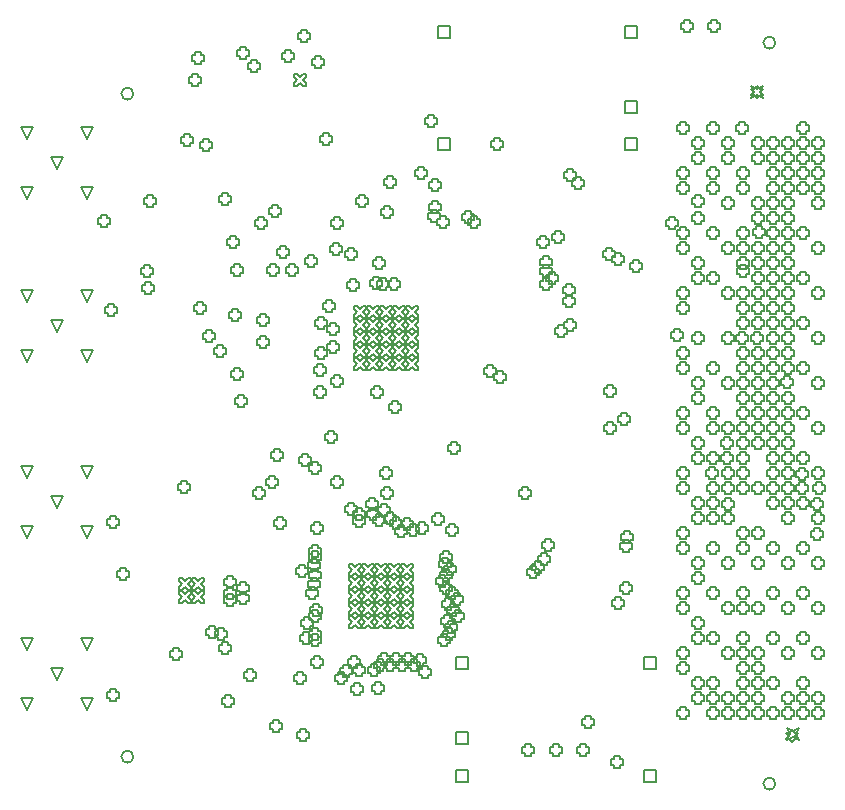
<source format=gbr>
G04 Layer_Color=2752767*
%FSLAX26Y26*%
%MOIN*%
%TF.FileFunction,Drawing*%
%TF.Part,Single*%
G01*
G75*
%TA.AperFunction,NonConductor*%
%ADD37C,0.005000*%
%ADD120C,0.006667*%
D37*
X6835000Y8146221D02*
Y8186221D01*
X6875000D01*
Y8146221D01*
X6835000D01*
Y7896221D02*
Y7936221D01*
X6875000D01*
Y7896221D01*
X6835000D01*
Y7771221D02*
Y7811221D01*
X6875000D01*
Y7771221D01*
X6835000D01*
X6210000D02*
Y7811221D01*
X6250000D01*
Y7771221D01*
X6210000D01*
Y8146221D02*
Y8186221D01*
X6250000D01*
Y8146221D01*
X6210000D01*
X4940500Y7165000D02*
X4920500Y7205000D01*
X4960500D01*
X4940500Y7165000D01*
X5040500Y7065000D02*
X5020500Y7105000D01*
X5060500D01*
X5040500Y7065000D01*
X4840500D02*
X4820500Y7105000D01*
X4860500D01*
X4840500Y7065000D01*
Y7265000D02*
X4820500Y7305000D01*
X4860500D01*
X4840500Y7265000D01*
X5040500D02*
X5020500Y7305000D01*
X5060500D01*
X5040500Y7265000D01*
X4940500Y7710000D02*
X4920500Y7750000D01*
X4960500D01*
X4940500Y7710000D01*
X5040500Y7610000D02*
X5020500Y7650000D01*
X5060500D01*
X5040500Y7610000D01*
X4840500D02*
X4820500Y7650000D01*
X4860500D01*
X4840500Y7610000D01*
Y7810000D02*
X4820500Y7850000D01*
X4860500D01*
X4840500Y7810000D01*
X5040500D02*
X5020500Y7850000D01*
X5060500D01*
X5040500Y7810000D01*
X7275000Y7945000D02*
X7285000Y7955000D01*
X7295000D01*
X7285000Y7965000D01*
X7295000Y7975000D01*
X7285000D01*
X7275000Y7985000D01*
X7265000Y7975000D01*
X7255000D01*
X7265000Y7965000D01*
X7255000Y7955000D01*
X7265000D01*
X7275000Y7945000D01*
X7375000Y5804499D02*
X7385000Y5824499D01*
X7375000Y5844499D01*
X7395000Y5834499D01*
X7415000Y5844499D01*
X7405000Y5824499D01*
X7415000Y5804499D01*
X7395000Y5814499D01*
X7375000Y5804499D01*
X7255000Y7945500D02*
X7265000Y7965500D01*
X7255000Y7985500D01*
X7275000Y7975500D01*
X7295000Y7985500D01*
X7285000Y7965500D01*
X7295000Y7945500D01*
X7275000Y7955500D01*
X7255000Y7945500D01*
X7390000Y5800000D02*
X7400000Y5810000D01*
X7410000D01*
X7400000Y5820000D01*
X7410000Y5830000D01*
X7400000D01*
X7390000Y5840000D01*
X7380000Y5830000D01*
X7370000D01*
X7380000Y5820000D01*
X7370000Y5810000D01*
X7380000D01*
X7390000Y5800000D01*
X4940000Y6005000D02*
X4920000Y6045000D01*
X4960000D01*
X4940000Y6005000D01*
X5040000Y5905000D02*
X5020000Y5945000D01*
X5060000D01*
X5040000Y5905000D01*
X4840000D02*
X4820000Y5945000D01*
X4860000D01*
X4840000Y5905000D01*
Y6105000D02*
X4820000Y6145000D01*
X4860000D01*
X4840000Y6105000D01*
X5040000D02*
X5020000Y6145000D01*
X5060000D01*
X5040000Y6105000D01*
X4940500Y6580000D02*
X4920500Y6620000D01*
X4960500D01*
X4940500Y6580000D01*
X5040500Y6480000D02*
X5020500Y6520000D01*
X5060500D01*
X5040500Y6480000D01*
X4840500D02*
X4820500Y6520000D01*
X4860500D01*
X4840500Y6480000D01*
Y6680000D02*
X4820500Y6720000D01*
X4860500D01*
X4840500Y6680000D01*
X5040500D02*
X5020500Y6720000D01*
X5060500D01*
X5040500Y6680000D01*
X6272028Y6042190D02*
Y6082190D01*
X6312028D01*
Y6042190D01*
X6272028D01*
Y5792190D02*
Y5832190D01*
X6312028D01*
Y5792190D01*
X6272028D01*
Y5667190D02*
Y5707190D01*
X6312028D01*
Y5667190D01*
X6272028D01*
X6897028D02*
Y5707190D01*
X6937028D01*
Y5667190D01*
X6897028D01*
Y6042190D02*
Y6082190D01*
X6937028D01*
Y6042190D01*
X6897028D01*
X7066000Y7591000D02*
Y7581000D01*
X7086000D01*
Y7591000D01*
X7096000D01*
Y7611000D01*
X7086000D01*
Y7621000D01*
X7066000D01*
Y7611000D01*
X7056000D01*
Y7591000D01*
X7066000D01*
X7166000Y7736000D02*
Y7726000D01*
X7186000D01*
Y7736000D01*
X7196000D01*
Y7756000D01*
X7186000D01*
Y7766000D01*
X7166000D01*
Y7756000D01*
X7156000D01*
Y7736000D01*
X7166000D01*
X7116000Y7686000D02*
Y7676000D01*
X7136000D01*
Y7686000D01*
X7146000D01*
Y7706000D01*
X7136000D01*
Y7716000D01*
X7116000D01*
Y7706000D01*
X7106000D01*
Y7686000D01*
X7116000D01*
X7416000Y7636000D02*
Y7626000D01*
X7436000D01*
Y7636000D01*
X7446000D01*
Y7656000D01*
X7436000D01*
Y7666000D01*
X7416000D01*
Y7656000D01*
X7406000D01*
Y7636000D01*
X7416000D01*
Y7486000D02*
Y7476000D01*
X7436000D01*
Y7486000D01*
X7446000D01*
Y7506000D01*
X7436000D01*
Y7516000D01*
X7416000D01*
Y7506000D01*
X7406000D01*
Y7486000D01*
X7416000D01*
Y7336000D02*
Y7326000D01*
X7436000D01*
Y7336000D01*
X7446000D01*
Y7356000D01*
X7436000D01*
Y7366000D01*
X7416000D01*
Y7356000D01*
X7406000D01*
Y7336000D01*
X7416000D01*
X7216000Y7286000D02*
Y7276000D01*
X7236000D01*
Y7286000D01*
X7246000D01*
Y7306000D01*
X7236000D01*
Y7316000D01*
X7216000D01*
Y7306000D01*
X7206000D01*
Y7286000D01*
X7216000D01*
X7166000D02*
Y7276000D01*
X7186000D01*
Y7286000D01*
X7196000D01*
Y7306000D01*
X7186000D01*
Y7316000D01*
X7166000D01*
Y7306000D01*
X7156000D01*
Y7286000D01*
X7166000D01*
X7416000Y7186000D02*
Y7176000D01*
X7436000D01*
Y7186000D01*
X7446000D01*
Y7206000D01*
X7436000D01*
Y7216000D01*
X7416000D01*
Y7206000D01*
X7406000D01*
Y7186000D01*
X7416000D01*
Y7036000D02*
Y7026000D01*
X7436000D01*
Y7036000D01*
X7446000D01*
Y7056000D01*
X7436000D01*
Y7066000D01*
X7416000D01*
Y7056000D01*
X7406000D01*
Y7036000D01*
X7416000D01*
X7116000D02*
Y7026000D01*
X7136000D01*
Y7036000D01*
X7146000D01*
Y7056000D01*
X7136000D01*
Y7066000D01*
X7116000D01*
Y7056000D01*
X7106000D01*
Y7036000D01*
X7116000D01*
X7016000D02*
Y7026000D01*
X7036000D01*
Y7036000D01*
X7046000D01*
Y7056000D01*
X7036000D01*
Y7066000D01*
X7016000D01*
Y7056000D01*
X7006000D01*
Y7036000D01*
X7016000D01*
X7266000Y6936000D02*
Y6926000D01*
X7286000D01*
Y6936000D01*
X7296000D01*
Y6956000D01*
X7286000D01*
Y6966000D01*
X7266000D01*
Y6956000D01*
X7256000D01*
Y6936000D01*
X7266000D01*
X7066000D02*
Y6926000D01*
X7086000D01*
Y6936000D01*
X7096000D01*
Y6956000D01*
X7086000D01*
Y6966000D01*
X7066000D01*
Y6956000D01*
X7056000D01*
Y6936000D01*
X7066000D01*
X7016000Y6886000D02*
Y6876000D01*
X7036000D01*
Y6886000D01*
X7046000D01*
Y6906000D01*
X7036000D01*
Y6916000D01*
X7016000D01*
Y6906000D01*
X7006000D01*
Y6886000D01*
X7016000D01*
X7116000D02*
Y6876000D01*
X7136000D01*
Y6886000D01*
X7146000D01*
Y6906000D01*
X7136000D01*
Y6916000D01*
X7116000D01*
Y6906000D01*
X7106000D01*
Y6886000D01*
X7116000D01*
X7216000D02*
Y6876000D01*
X7236000D01*
Y6886000D01*
X7246000D01*
Y6906000D01*
X7236000D01*
Y6916000D01*
X7216000D01*
Y6906000D01*
X7206000D01*
Y6886000D01*
X7216000D01*
X7316000D02*
Y6876000D01*
X7336000D01*
Y6886000D01*
X7346000D01*
Y6906000D01*
X7336000D01*
Y6916000D01*
X7316000D01*
Y6906000D01*
X7306000D01*
Y6886000D01*
X7316000D01*
X7416000D02*
Y6876000D01*
X7436000D01*
Y6886000D01*
X7446000D01*
Y6906000D01*
X7436000D01*
Y6916000D01*
X7416000D01*
Y6906000D01*
X7406000D01*
Y6886000D01*
X7416000D01*
X7116000Y6536000D02*
Y6526000D01*
X7136000D01*
Y6536000D01*
X7146000D01*
Y6556000D01*
X7136000D01*
Y6566000D01*
X7116000D01*
Y6556000D01*
X7106000D01*
Y6536000D01*
X7116000D01*
X7366000Y6686000D02*
Y6676000D01*
X7386000D01*
Y6686000D01*
X7396000D01*
Y6706000D01*
X7386000D01*
Y6716000D01*
X7366000D01*
Y6706000D01*
X7356000D01*
Y6686000D01*
X7366000D01*
X7316000Y6736000D02*
Y6726000D01*
X7336000D01*
Y6736000D01*
X7346000D01*
Y6756000D01*
X7336000D01*
Y6766000D01*
X7316000D01*
Y6756000D01*
X7306000D01*
Y6736000D01*
X7316000D01*
X7266000Y6786000D02*
Y6776000D01*
X7286000D01*
Y6786000D01*
X7296000D01*
Y6806000D01*
X7286000D01*
Y6816000D01*
X7266000D01*
Y6806000D01*
X7256000D01*
Y6786000D01*
X7266000D01*
X7216000Y6836000D02*
Y6826000D01*
X7236000D01*
Y6836000D01*
X7246000D01*
Y6856000D01*
X7236000D01*
Y6866000D01*
X7216000D01*
Y6856000D01*
X7206000D01*
Y6836000D01*
X7216000D01*
X7166000D02*
Y6826000D01*
X7186000D01*
Y6836000D01*
X7196000D01*
Y6856000D01*
X7186000D01*
Y6866000D01*
X7166000D01*
Y6856000D01*
X7156000D01*
Y6836000D01*
X7166000D01*
X7016000D02*
Y6826000D01*
X7036000D01*
Y6836000D01*
X7046000D01*
Y6856000D01*
X7036000D01*
Y6866000D01*
X7016000D01*
Y6856000D01*
X7006000D01*
Y6836000D01*
X7016000D01*
X7416000Y6736000D02*
Y6726000D01*
X7436000D01*
Y6736000D01*
X7446000D01*
Y6756000D01*
X7436000D01*
Y6766000D01*
X7416000D01*
Y6756000D01*
X7406000D01*
Y6736000D01*
X7416000D01*
X7266000Y6636000D02*
Y6626000D01*
X7286000D01*
Y6636000D01*
X7296000D01*
Y6656000D01*
X7286000D01*
Y6666000D01*
X7266000D01*
Y6656000D01*
X7256000D01*
Y6636000D01*
X7266000D01*
X7216000D02*
Y6626000D01*
X7236000D01*
Y6636000D01*
X7246000D01*
Y6656000D01*
X7236000D01*
Y6666000D01*
X7216000D01*
Y6656000D01*
X7206000D01*
Y6636000D01*
X7216000D01*
X7016000D02*
Y6626000D01*
X7036000D01*
Y6636000D01*
X7046000D01*
Y6656000D01*
X7036000D01*
Y6666000D01*
X7016000D01*
Y6656000D01*
X7006000D01*
Y6636000D01*
X7016000D01*
X7116000Y6586000D02*
Y6576000D01*
X7136000D01*
Y6586000D01*
X7146000D01*
Y6606000D01*
X7136000D01*
Y6616000D01*
X7116000D01*
Y6606000D01*
X7106000D01*
Y6586000D01*
X7116000D01*
X7066000D02*
Y6576000D01*
X7086000D01*
Y6586000D01*
X7096000D01*
Y6606000D01*
X7086000D01*
Y6616000D01*
X7066000D01*
Y6606000D01*
X7056000D01*
Y6586000D01*
X7066000D01*
X7166000Y6536000D02*
Y6526000D01*
X7186000D01*
Y6536000D01*
X7196000D01*
Y6556000D01*
X7186000D01*
Y6566000D01*
X7166000D01*
Y6556000D01*
X7156000D01*
Y6536000D01*
X7166000D01*
X7366000D02*
Y6526000D01*
X7386000D01*
Y6536000D01*
X7396000D01*
Y6556000D01*
X7386000D01*
Y6566000D01*
X7366000D01*
Y6556000D01*
X7356000D01*
Y6536000D01*
X7366000D01*
X7467000Y6537000D02*
Y6527000D01*
X7487000D01*
Y6537000D01*
X7497000D01*
Y6557000D01*
X7487000D01*
Y6567000D01*
X7467000D01*
Y6557000D01*
X7457000D01*
Y6537000D01*
X7467000D01*
X7416000Y6436000D02*
Y6426000D01*
X7436000D01*
Y6436000D01*
X7446000D01*
Y6456000D01*
X7436000D01*
Y6466000D01*
X7416000D01*
Y6456000D01*
X7406000D01*
Y6436000D01*
X7416000D01*
X7316000D02*
Y6426000D01*
X7336000D01*
Y6436000D01*
X7346000D01*
Y6456000D01*
X7336000D01*
Y6466000D01*
X7316000D01*
Y6456000D01*
X7306000D01*
Y6436000D01*
X7316000D01*
X7266000Y6486000D02*
Y6476000D01*
X7286000D01*
Y6486000D01*
X7296000D01*
Y6506000D01*
X7286000D01*
Y6516000D01*
X7266000D01*
Y6506000D01*
X7256000D01*
Y6486000D01*
X7266000D01*
X7216000D02*
Y6476000D01*
X7236000D01*
Y6486000D01*
X7246000D01*
Y6506000D01*
X7236000D01*
Y6516000D01*
X7216000D01*
Y6506000D01*
X7206000D01*
Y6486000D01*
X7216000D01*
Y6436000D02*
Y6426000D01*
X7236000D01*
Y6436000D01*
X7246000D01*
Y6456000D01*
X7236000D01*
Y6466000D01*
X7216000D01*
Y6456000D01*
X7206000D01*
Y6436000D01*
X7216000D01*
X7116000D02*
Y6426000D01*
X7136000D01*
Y6436000D01*
X7146000D01*
Y6456000D01*
X7136000D01*
Y6466000D01*
X7116000D01*
Y6456000D01*
X7106000D01*
Y6436000D01*
X7116000D01*
X7066000Y6537000D02*
Y6527000D01*
X7086000D01*
Y6537000D01*
X7096000D01*
Y6557000D01*
X7086000D01*
Y6567000D01*
X7066000D01*
Y6557000D01*
X7056000D01*
Y6537000D01*
X7066000D01*
X7016000Y6487000D02*
Y6477000D01*
X7036000D01*
Y6487000D01*
X7046000D01*
Y6507000D01*
X7036000D01*
Y6517000D01*
X7016000D01*
Y6507000D01*
X7006000D01*
Y6487000D01*
X7016000D01*
Y6436000D02*
Y6426000D01*
X7036000D01*
Y6436000D01*
X7046000D01*
Y6456000D01*
X7036000D01*
Y6466000D01*
X7016000D01*
Y6456000D01*
X7006000D01*
Y6436000D01*
X7016000D01*
X7066000Y6386000D02*
Y6376000D01*
X7086000D01*
Y6386000D01*
X7096000D01*
Y6406000D01*
X7086000D01*
Y6416000D01*
X7066000D01*
Y6406000D01*
X7056000D01*
Y6386000D01*
X7066000D01*
Y6336000D02*
Y6326000D01*
X7086000D01*
Y6336000D01*
X7096000D01*
Y6356000D01*
X7086000D01*
Y6366000D01*
X7066000D01*
Y6356000D01*
X7056000D01*
Y6336000D01*
X7066000D01*
X7166000Y6386000D02*
Y6376000D01*
X7186000D01*
Y6386000D01*
X7196000D01*
Y6406000D01*
X7186000D01*
Y6416000D01*
X7166000D01*
Y6406000D01*
X7156000D01*
Y6386000D01*
X7166000D01*
X7266000D02*
Y6376000D01*
X7286000D01*
Y6386000D01*
X7296000D01*
Y6406000D01*
X7286000D01*
Y6416000D01*
X7266000D01*
Y6406000D01*
X7256000D01*
Y6386000D01*
X7266000D01*
X7366000D02*
Y6376000D01*
X7386000D01*
Y6386000D01*
X7396000D01*
Y6406000D01*
X7386000D01*
Y6416000D01*
X7366000D01*
Y6406000D01*
X7356000D01*
Y6386000D01*
X7366000D01*
X7466000D02*
Y6376000D01*
X7486000D01*
Y6386000D01*
X7496000D01*
Y6406000D01*
X7486000D01*
Y6416000D01*
X7466000D01*
Y6406000D01*
X7456000D01*
Y6386000D01*
X7466000D01*
X7467000Y6237000D02*
Y6227000D01*
X7487000D01*
Y6237000D01*
X7497000D01*
Y6257000D01*
X7487000D01*
Y6267000D01*
X7467000D01*
Y6257000D01*
X7457000D01*
Y6237000D01*
X7467000D01*
X7416000Y6286000D02*
Y6276000D01*
X7436000D01*
Y6286000D01*
X7446000D01*
Y6306000D01*
X7436000D01*
Y6316000D01*
X7416000D01*
Y6306000D01*
X7406000D01*
Y6286000D01*
X7416000D01*
X7316000D02*
Y6276000D01*
X7336000D01*
Y6286000D01*
X7346000D01*
Y6306000D01*
X7336000D01*
Y6316000D01*
X7316000D01*
Y6306000D01*
X7306000D01*
Y6286000D01*
X7316000D01*
X7366000Y6236000D02*
Y6226000D01*
X7386000D01*
Y6236000D01*
X7396000D01*
Y6256000D01*
X7386000D01*
Y6266000D01*
X7366000D01*
Y6256000D01*
X7356000D01*
Y6236000D01*
X7366000D01*
X7266000D02*
Y6226000D01*
X7286000D01*
Y6236000D01*
X7296000D01*
Y6256000D01*
X7286000D01*
Y6266000D01*
X7266000D01*
Y6256000D01*
X7256000D01*
Y6236000D01*
X7266000D01*
X7216000Y6286000D02*
Y6276000D01*
X7236000D01*
Y6286000D01*
X7246000D01*
Y6306000D01*
X7236000D01*
Y6316000D01*
X7216000D01*
Y6306000D01*
X7206000D01*
Y6286000D01*
X7216000D01*
Y6236000D02*
Y6226000D01*
X7236000D01*
Y6236000D01*
X7246000D01*
Y6256000D01*
X7236000D01*
Y6266000D01*
X7216000D01*
Y6256000D01*
X7206000D01*
Y6236000D01*
X7216000D01*
X7166000D02*
Y6226000D01*
X7186000D01*
Y6236000D01*
X7196000D01*
Y6256000D01*
X7186000D01*
Y6266000D01*
X7166000D01*
Y6256000D01*
X7156000D01*
Y6236000D01*
X7166000D01*
X7116000Y6286000D02*
Y6276000D01*
X7136000D01*
Y6286000D01*
X7146000D01*
Y6306000D01*
X7136000D01*
Y6316000D01*
X7116000D01*
Y6306000D01*
X7106000D01*
Y6286000D01*
X7116000D01*
X7016000D02*
Y6276000D01*
X7036000D01*
Y6286000D01*
X7046000D01*
Y6306000D01*
X7036000D01*
Y6316000D01*
X7016000D01*
Y6306000D01*
X7006000D01*
Y6286000D01*
X7016000D01*
Y6236000D02*
Y6226000D01*
X7036000D01*
Y6236000D01*
X7046000D01*
Y6256000D01*
X7036000D01*
Y6266000D01*
X7016000D01*
Y6256000D01*
X7006000D01*
Y6236000D01*
X7016000D01*
X7066000Y6186000D02*
Y6176000D01*
X7086000D01*
Y6186000D01*
X7096000D01*
Y6206000D01*
X7086000D01*
Y6216000D01*
X7066000D01*
Y6206000D01*
X7056000D01*
Y6186000D01*
X7066000D01*
X7216000Y6136000D02*
Y6126000D01*
X7236000D01*
Y6136000D01*
X7246000D01*
Y6156000D01*
X7236000D01*
Y6166000D01*
X7216000D01*
Y6156000D01*
X7206000D01*
Y6136000D01*
X7216000D01*
X7416000D02*
Y6126000D01*
X7436000D01*
Y6136000D01*
X7446000D01*
Y6156000D01*
X7436000D01*
Y6166000D01*
X7416000D01*
Y6156000D01*
X7406000D01*
Y6136000D01*
X7416000D01*
X7316000D02*
Y6126000D01*
X7336000D01*
Y6136000D01*
X7346000D01*
Y6156000D01*
X7336000D01*
Y6166000D01*
X7316000D01*
Y6156000D01*
X7306000D01*
Y6136000D01*
X7316000D01*
X7266000Y5936000D02*
Y5926000D01*
X7286000D01*
Y5936000D01*
X7296000D01*
Y5956000D01*
X7286000D01*
Y5966000D01*
X7266000D01*
Y5956000D01*
X7256000D01*
Y5936000D01*
X7266000D01*
X7316000Y5986000D02*
Y5976000D01*
X7336000D01*
Y5986000D01*
X7346000D01*
Y6006000D01*
X7336000D01*
Y6016000D01*
X7316000D01*
Y6006000D01*
X7306000D01*
Y5986000D01*
X7316000D01*
X7266000D02*
Y5976000D01*
X7286000D01*
Y5986000D01*
X7296000D01*
Y6006000D01*
X7286000D01*
Y6016000D01*
X7266000D01*
Y6006000D01*
X7256000D01*
Y5986000D01*
X7266000D01*
Y6036000D02*
Y6026000D01*
X7286000D01*
Y6036000D01*
X7296000D01*
Y6056000D01*
X7286000D01*
Y6066000D01*
X7266000D01*
Y6056000D01*
X7256000D01*
Y6036000D01*
X7266000D01*
X7116000Y6136000D02*
Y6126000D01*
X7136000D01*
Y6136000D01*
X7146000D01*
Y6156000D01*
X7136000D01*
Y6166000D01*
X7116000D01*
Y6156000D01*
X7106000D01*
Y6136000D01*
X7116000D01*
X7066000D02*
Y6126000D01*
X7086000D01*
Y6136000D01*
X7096000D01*
Y6156000D01*
X7086000D01*
Y6166000D01*
X7066000D01*
Y6156000D01*
X7056000D01*
Y6136000D01*
X7066000D01*
X7016000Y6086000D02*
Y6076000D01*
X7036000D01*
Y6086000D01*
X7046000D01*
Y6106000D01*
X7036000D01*
Y6116000D01*
X7016000D01*
Y6106000D01*
X7006000D01*
Y6086000D01*
X7016000D01*
X7416000Y5986000D02*
Y5976000D01*
X7436000D01*
Y5986000D01*
X7446000D01*
Y6006000D01*
X7436000D01*
Y6016000D01*
X7416000D01*
Y6006000D01*
X7406000D01*
Y5986000D01*
X7416000D01*
X7016000Y6036000D02*
Y6026000D01*
X7036000D01*
Y6036000D01*
X7046000D01*
Y6056000D01*
X7036000D01*
Y6066000D01*
X7016000D01*
Y6056000D01*
X7006000D01*
Y6036000D01*
X7016000D01*
X7166000Y6086000D02*
Y6076000D01*
X7186000D01*
Y6086000D01*
X7196000D01*
Y6106000D01*
X7186000D01*
Y6116000D01*
X7166000D01*
Y6106000D01*
X7156000D01*
Y6086000D01*
X7166000D01*
X7216000D02*
Y6076000D01*
X7236000D01*
Y6086000D01*
X7246000D01*
Y6106000D01*
X7236000D01*
Y6116000D01*
X7216000D01*
Y6106000D01*
X7206000D01*
Y6086000D01*
X7216000D01*
Y6036000D02*
Y6026000D01*
X7236000D01*
Y6036000D01*
X7246000D01*
Y6056000D01*
X7236000D01*
Y6066000D01*
X7216000D01*
Y6056000D01*
X7206000D01*
Y6036000D01*
X7216000D01*
X7266000Y6086000D02*
Y6076000D01*
X7286000D01*
Y6086000D01*
X7296000D01*
Y6106000D01*
X7286000D01*
Y6116000D01*
X7266000D01*
Y6106000D01*
X7256000D01*
Y6086000D01*
X7266000D01*
X7366000D02*
Y6076000D01*
X7386000D01*
Y6086000D01*
X7396000D01*
Y6106000D01*
X7386000D01*
Y6116000D01*
X7366000D01*
Y6106000D01*
X7356000D01*
Y6086000D01*
X7366000D01*
X7466000D02*
Y6076000D01*
X7486000D01*
Y6086000D01*
X7496000D01*
Y6106000D01*
X7486000D01*
Y6116000D01*
X7466000D01*
Y6106000D01*
X7456000D01*
Y6086000D01*
X7466000D01*
Y5936000D02*
Y5926000D01*
X7486000D01*
Y5936000D01*
X7496000D01*
Y5956000D01*
X7486000D01*
Y5966000D01*
X7466000D01*
Y5956000D01*
X7456000D01*
Y5936000D01*
X7466000D01*
X7416000D02*
Y5926000D01*
X7436000D01*
Y5936000D01*
X7446000D01*
Y5956000D01*
X7436000D01*
Y5966000D01*
X7416000D01*
Y5956000D01*
X7406000D01*
Y5936000D01*
X7416000D01*
X7366000D02*
Y5926000D01*
X7386000D01*
Y5936000D01*
X7396000D01*
Y5956000D01*
X7386000D01*
Y5966000D01*
X7366000D01*
Y5956000D01*
X7356000D01*
Y5936000D01*
X7366000D01*
X7216000Y5986000D02*
Y5976000D01*
X7236000D01*
Y5986000D01*
X7246000D01*
Y6006000D01*
X7236000D01*
Y6016000D01*
X7216000D01*
Y6006000D01*
X7206000D01*
Y5986000D01*
X7216000D01*
X7116000D02*
Y5976000D01*
X7136000D01*
Y5986000D01*
X7146000D01*
Y6006000D01*
X7136000D01*
Y6016000D01*
X7116000D01*
Y6006000D01*
X7106000D01*
Y5986000D01*
X7116000D01*
X7066000D02*
Y5976000D01*
X7086000D01*
Y5986000D01*
X7096000D01*
Y6006000D01*
X7086000D01*
Y6016000D01*
X7066000D01*
Y6006000D01*
X7056000D01*
Y5986000D01*
X7066000D01*
X7016000Y5886000D02*
Y5876000D01*
X7036000D01*
Y5886000D01*
X7046000D01*
Y5906000D01*
X7036000D01*
Y5916000D01*
X7016000D01*
Y5906000D01*
X7006000D01*
Y5886000D01*
X7016000D01*
X7066000Y5936000D02*
Y5926000D01*
X7086000D01*
Y5936000D01*
X7096000D01*
Y5956000D01*
X7086000D01*
Y5966000D01*
X7066000D01*
Y5956000D01*
X7056000D01*
Y5936000D01*
X7066000D01*
X7116000Y5886000D02*
Y5876000D01*
X7136000D01*
Y5886000D01*
X7146000D01*
Y5906000D01*
X7136000D01*
Y5916000D01*
X7116000D01*
Y5906000D01*
X7106000D01*
Y5886000D01*
X7116000D01*
X7166000Y5936000D02*
Y5926000D01*
X7186000D01*
Y5936000D01*
X7196000D01*
Y5956000D01*
X7186000D01*
Y5966000D01*
X7166000D01*
Y5956000D01*
X7156000D01*
Y5936000D01*
X7166000D01*
X7216000D02*
Y5926000D01*
X7236000D01*
Y5936000D01*
X7246000D01*
Y5956000D01*
X7236000D01*
Y5966000D01*
X7216000D01*
Y5956000D01*
X7206000D01*
Y5936000D01*
X7216000D01*
X7116000D02*
Y5926000D01*
X7136000D01*
Y5936000D01*
X7146000D01*
Y5956000D01*
X7136000D01*
Y5966000D01*
X7116000D01*
Y5956000D01*
X7106000D01*
Y5936000D01*
X7116000D01*
X7166000Y5886000D02*
Y5876000D01*
X7186000D01*
Y5886000D01*
X7196000D01*
Y5906000D01*
X7186000D01*
Y5916000D01*
X7166000D01*
Y5906000D01*
X7156000D01*
Y5886000D01*
X7166000D01*
X7216000D02*
Y5876000D01*
X7236000D01*
Y5886000D01*
X7246000D01*
Y5906000D01*
X7236000D01*
Y5916000D01*
X7216000D01*
Y5906000D01*
X7206000D01*
Y5886000D01*
X7216000D01*
X7266000D02*
Y5876000D01*
X7286000D01*
Y5886000D01*
X7296000D01*
Y5906000D01*
X7286000D01*
Y5916000D01*
X7266000D01*
Y5906000D01*
X7256000D01*
Y5886000D01*
X7266000D01*
X7316000D02*
Y5876000D01*
X7336000D01*
Y5886000D01*
X7346000D01*
Y5906000D01*
X7336000D01*
Y5916000D01*
X7316000D01*
Y5906000D01*
X7306000D01*
Y5886000D01*
X7316000D01*
X7366000D02*
Y5876000D01*
X7386000D01*
Y5886000D01*
X7396000D01*
Y5906000D01*
X7386000D01*
Y5916000D01*
X7366000D01*
Y5906000D01*
X7356000D01*
Y5886000D01*
X7366000D01*
X7416000D02*
Y5876000D01*
X7436000D01*
Y5886000D01*
X7446000D01*
Y5906000D01*
X7436000D01*
Y5916000D01*
X7416000D01*
Y5906000D01*
X7406000D01*
Y5886000D01*
X7416000D01*
X7466000D02*
Y5876000D01*
X7486000D01*
Y5886000D01*
X7496000D01*
Y5906000D01*
X7486000D01*
Y5916000D01*
X7466000D01*
Y5906000D01*
X7456000D01*
Y5886000D01*
X7466000D01*
Y7286000D02*
Y7276000D01*
X7486000D01*
Y7286000D01*
X7496000D01*
Y7306000D01*
X7486000D01*
Y7316000D01*
X7466000D01*
Y7306000D01*
X7456000D01*
Y7286000D01*
X7466000D01*
X7166000Y6686000D02*
Y6676000D01*
X7186000D01*
Y6686000D01*
X7196000D01*
Y6706000D01*
X7186000D01*
Y6716000D01*
X7166000D01*
Y6706000D01*
X7156000D01*
Y6686000D01*
X7166000D01*
X7466000D02*
Y6676000D01*
X7486000D01*
Y6686000D01*
X7496000D01*
Y6706000D01*
X7486000D01*
Y6716000D01*
X7466000D01*
Y6706000D01*
X7456000D01*
Y6686000D01*
X7466000D01*
X7366000Y6836000D02*
Y6826000D01*
X7386000D01*
Y6836000D01*
X7396000D01*
Y6856000D01*
X7386000D01*
Y6866000D01*
X7366000D01*
Y6856000D01*
X7356000D01*
Y6836000D01*
X7366000D01*
X7466000D02*
Y6826000D01*
X7486000D01*
Y6836000D01*
X7496000D01*
Y6856000D01*
X7486000D01*
Y6866000D01*
X7466000D01*
Y6856000D01*
X7456000D01*
Y6836000D01*
X7466000D01*
Y6986000D02*
Y6976000D01*
X7486000D01*
Y6986000D01*
X7496000D01*
Y7006000D01*
X7486000D01*
Y7016000D01*
X7466000D01*
Y7006000D01*
X7456000D01*
Y6986000D01*
X7466000D01*
X7364000Y6988000D02*
Y6978000D01*
X7384000D01*
Y6988000D01*
X7394000D01*
Y7008000D01*
X7384000D01*
Y7018000D01*
X7364000D01*
Y7008000D01*
X7354000D01*
Y6988000D01*
X7364000D01*
X7166000Y6986000D02*
Y6976000D01*
X7186000D01*
Y6986000D01*
X7196000D01*
Y7006000D01*
X7186000D01*
Y7016000D01*
X7166000D01*
Y7006000D01*
X7156000D01*
Y6986000D01*
X7166000D01*
X7316000Y7036000D02*
Y7026000D01*
X7336000D01*
Y7036000D01*
X7346000D01*
Y7056000D01*
X7336000D01*
Y7066000D01*
X7316000D01*
Y7056000D01*
X7306000D01*
Y7036000D01*
X7316000D01*
X7216000D02*
Y7026000D01*
X7236000D01*
Y7036000D01*
X7246000D01*
Y7056000D01*
X7236000D01*
Y7066000D01*
X7216000D01*
Y7056000D01*
X7206000D01*
Y7036000D01*
X7216000D01*
X7266000Y7236000D02*
Y7226000D01*
X7286000D01*
Y7236000D01*
X7296000D01*
Y7256000D01*
X7286000D01*
Y7266000D01*
X7266000D01*
Y7256000D01*
X7256000D01*
Y7236000D01*
X7266000D01*
X7316000Y7186000D02*
Y7176000D01*
X7336000D01*
Y7186000D01*
X7346000D01*
Y7206000D01*
X7336000D01*
Y7216000D01*
X7316000D01*
Y7206000D01*
X7306000D01*
Y7186000D01*
X7316000D01*
X7366000Y7136000D02*
Y7126000D01*
X7386000D01*
Y7136000D01*
X7396000D01*
Y7156000D01*
X7386000D01*
Y7166000D01*
X7366000D01*
Y7156000D01*
X7356000D01*
Y7136000D01*
X7366000D01*
X7466000D02*
Y7126000D01*
X7486000D01*
Y7136000D01*
X7496000D01*
Y7156000D01*
X7486000D01*
Y7166000D01*
X7466000D01*
Y7156000D01*
X7456000D01*
Y7136000D01*
X7466000D01*
X7366000Y7286000D02*
Y7276000D01*
X7386000D01*
Y7286000D01*
X7396000D01*
Y7306000D01*
X7386000D01*
Y7316000D01*
X7366000D01*
Y7306000D01*
X7356000D01*
Y7286000D01*
X7366000D01*
X7116000Y7336000D02*
Y7326000D01*
X7136000D01*
Y7336000D01*
X7146000D01*
Y7356000D01*
X7136000D01*
Y7366000D01*
X7116000D01*
Y7356000D01*
X7106000D01*
Y7336000D01*
X7116000D01*
X7066000D02*
Y7326000D01*
X7086000D01*
Y7336000D01*
X7096000D01*
Y7356000D01*
X7086000D01*
Y7366000D01*
X7066000D01*
Y7356000D01*
X7056000D01*
Y7336000D01*
X7066000D01*
Y7386000D02*
Y7376000D01*
X7086000D01*
Y7386000D01*
X7096000D01*
Y7406000D01*
X7086000D01*
Y7416000D01*
X7066000D01*
Y7406000D01*
X7056000D01*
Y7386000D01*
X7066000D01*
X7366000Y7436000D02*
Y7426000D01*
X7386000D01*
Y7436000D01*
X7396000D01*
Y7456000D01*
X7386000D01*
Y7466000D01*
X7366000D01*
Y7456000D01*
X7356000D01*
Y7436000D01*
X7366000D01*
X7466000D02*
Y7426000D01*
X7486000D01*
Y7436000D01*
X7496000D01*
Y7456000D01*
X7486000D01*
Y7466000D01*
X7466000D01*
Y7456000D01*
X7456000D01*
Y7436000D01*
X7466000D01*
X7066000Y7536000D02*
Y7526000D01*
X7086000D01*
Y7536000D01*
X7096000D01*
Y7556000D01*
X7086000D01*
Y7566000D01*
X7066000D01*
Y7556000D01*
X7056000D01*
Y7536000D01*
X7066000D01*
X7116000Y7636000D02*
Y7626000D01*
X7136000D01*
Y7636000D01*
X7146000D01*
Y7656000D01*
X7136000D01*
Y7666000D01*
X7116000D01*
Y7656000D01*
X7106000D01*
Y7636000D01*
X7116000D01*
X7166000Y7586000D02*
Y7576000D01*
X7186000D01*
Y7586000D01*
X7196000D01*
Y7606000D01*
X7186000D01*
Y7616000D01*
X7166000D01*
Y7606000D01*
X7156000D01*
Y7586000D01*
X7166000D01*
X7266000D02*
Y7576000D01*
X7286000D01*
Y7586000D01*
X7296000D01*
Y7606000D01*
X7286000D01*
Y7616000D01*
X7266000D01*
Y7606000D01*
X7256000D01*
Y7586000D01*
X7266000D01*
X7366000D02*
Y7576000D01*
X7386000D01*
Y7586000D01*
X7396000D01*
Y7606000D01*
X7386000D01*
Y7616000D01*
X7366000D01*
Y7606000D01*
X7356000D01*
Y7586000D01*
X7366000D01*
X7017000Y7637000D02*
Y7627000D01*
X7037000D01*
Y7637000D01*
X7047000D01*
Y7657000D01*
X7037000D01*
Y7667000D01*
X7017000D01*
Y7657000D01*
X7007000D01*
Y7637000D01*
X7017000D01*
X7266000Y7736000D02*
Y7726000D01*
X7286000D01*
Y7736000D01*
X7296000D01*
Y7756000D01*
X7286000D01*
Y7766000D01*
X7266000D01*
Y7756000D01*
X7256000D01*
Y7736000D01*
X7266000D01*
X7316000Y7686000D02*
Y7676000D01*
X7336000D01*
Y7686000D01*
X7346000D01*
Y7706000D01*
X7336000D01*
Y7716000D01*
X7316000D01*
Y7706000D01*
X7306000D01*
Y7686000D01*
X7316000D01*
X7416000D02*
Y7676000D01*
X7436000D01*
Y7686000D01*
X7446000D01*
Y7706000D01*
X7436000D01*
Y7716000D01*
X7416000D01*
Y7706000D01*
X7406000D01*
Y7686000D01*
X7416000D01*
X7366000Y7736000D02*
Y7726000D01*
X7386000D01*
Y7736000D01*
X7396000D01*
Y7756000D01*
X7386000D01*
Y7766000D01*
X7366000D01*
Y7756000D01*
X7356000D01*
Y7736000D01*
X7366000D01*
Y7786000D02*
Y7776000D01*
X7386000D01*
Y7786000D01*
X7396000D01*
Y7806000D01*
X7386000D01*
Y7816000D01*
X7366000D01*
Y7806000D01*
X7356000D01*
Y7786000D01*
X7366000D01*
X7466000Y7736000D02*
Y7726000D01*
X7486000D01*
Y7736000D01*
X7496000D01*
Y7756000D01*
X7486000D01*
Y7766000D01*
X7466000D01*
Y7756000D01*
X7456000D01*
Y7736000D01*
X7466000D01*
Y7786000D02*
Y7776000D01*
X7486000D01*
Y7786000D01*
X7496000D01*
Y7806000D01*
X7486000D01*
Y7816000D01*
X7466000D01*
Y7806000D01*
X7456000D01*
Y7786000D01*
X7466000D01*
X7266000D02*
Y7776000D01*
X7286000D01*
Y7786000D01*
X7296000D01*
Y7806000D01*
X7286000D01*
Y7816000D01*
X7266000D01*
Y7806000D01*
X7256000D01*
Y7786000D01*
X7266000D01*
X7166000D02*
Y7776000D01*
X7186000D01*
Y7786000D01*
X7196000D01*
Y7806000D01*
X7186000D01*
Y7816000D01*
X7166000D01*
Y7806000D01*
X7156000D01*
Y7786000D01*
X7166000D01*
X7066000D02*
Y7776000D01*
X7086000D01*
Y7786000D01*
X7096000D01*
Y7806000D01*
X7086000D01*
Y7816000D01*
X7066000D01*
Y7806000D01*
X7056000D01*
Y7786000D01*
X7066000D01*
X7416000Y7836000D02*
Y7826000D01*
X7436000D01*
Y7836000D01*
X7446000D01*
Y7856000D01*
X7436000D01*
Y7866000D01*
X7416000D01*
Y7856000D01*
X7406000D01*
Y7836000D01*
X7416000D01*
X7215000Y7837000D02*
Y7827000D01*
X7235000D01*
Y7837000D01*
X7245000D01*
Y7857000D01*
X7235000D01*
Y7867000D01*
X7215000D01*
Y7857000D01*
X7205000D01*
Y7837000D01*
X7215000D01*
X7116000Y7836000D02*
Y7826000D01*
X7136000D01*
Y7836000D01*
X7146000D01*
Y7856000D01*
X7136000D01*
Y7866000D01*
X7116000D01*
Y7856000D01*
X7106000D01*
Y7836000D01*
X7116000D01*
X7017000Y7837000D02*
Y7827000D01*
X7037000D01*
Y7837000D01*
X7047000D01*
Y7857000D01*
X7037000D01*
Y7867000D01*
X7017000D01*
Y7857000D01*
X7007000D01*
Y7837000D01*
X7017000D01*
X7463000Y6483000D02*
Y6473000D01*
X7483000D01*
Y6483000D01*
X7493000D01*
Y6503000D01*
X7483000D01*
Y6513000D01*
X7463000D01*
Y6503000D01*
X7453000D01*
Y6483000D01*
X7463000D01*
X7115000Y6685000D02*
Y6675000D01*
X7135000D01*
Y6685000D01*
X7145000D01*
Y6705000D01*
X7135000D01*
Y6715000D01*
X7115000D01*
Y6705000D01*
X7105000D01*
Y6685000D01*
X7115000D01*
X7415000Y6683000D02*
Y6673000D01*
X7435000D01*
Y6683000D01*
X7445000D01*
Y6703000D01*
X7435000D01*
Y6713000D01*
X7415000D01*
Y6703000D01*
X7405000D01*
Y6683000D01*
X7415000D01*
X7116000Y6637000D02*
Y6627000D01*
X7136000D01*
Y6637000D01*
X7146000D01*
Y6657000D01*
X7136000D01*
Y6667000D01*
X7116000D01*
Y6657000D01*
X7106000D01*
Y6637000D01*
X7116000D01*
X7469000Y6635000D02*
Y6625000D01*
X7489000D01*
Y6635000D01*
X7499000D01*
Y6655000D01*
X7489000D01*
Y6665000D01*
X7469000D01*
Y6655000D01*
X7459000D01*
Y6635000D01*
X7469000D01*
X7414000Y6637000D02*
Y6627000D01*
X7434000D01*
Y6637000D01*
X7444000D01*
Y6657000D01*
X7434000D01*
Y6667000D01*
X7414000D01*
Y6657000D01*
X7404000D01*
Y6637000D01*
X7414000D01*
X7164000Y6734000D02*
Y6724000D01*
X7184000D01*
Y6734000D01*
X7194000D01*
Y6754000D01*
X7184000D01*
Y6764000D01*
X7164000D01*
Y6754000D01*
X7154000D01*
Y6734000D01*
X7164000D01*
Y6787000D02*
Y6777000D01*
X7184000D01*
Y6787000D01*
X7194000D01*
Y6807000D01*
X7184000D01*
Y6817000D01*
X7164000D01*
Y6807000D01*
X7154000D01*
Y6787000D01*
X7164000D01*
X7118000Y6837000D02*
Y6827000D01*
X7138000D01*
Y6837000D01*
X7148000D01*
Y6857000D01*
X7138000D01*
Y6867000D01*
X7118000D01*
Y6857000D01*
X7108000D01*
Y6837000D01*
X7118000D01*
X5729000Y7986000D02*
X5739000D01*
X5749000Y7996000D01*
X5759000Y7986000D01*
X5769000D01*
Y7996000D01*
X5759000Y8006000D01*
X5769000Y8016000D01*
Y8026000D01*
X5759000D01*
X5749000Y8016000D01*
X5739000Y8026000D01*
X5729000D01*
Y8016000D01*
X5739000Y8006000D01*
X5729000Y7996000D01*
Y7986000D01*
X7316000Y7486000D02*
Y7476000D01*
X7336000D01*
Y7486000D01*
X7346000D01*
Y7506000D01*
X7336000D01*
Y7516000D01*
X7316000D01*
Y7506000D01*
X7306000D01*
Y7486000D01*
X7316000D01*
X7266000Y7536000D02*
Y7526000D01*
X7286000D01*
Y7536000D01*
X7296000D01*
Y7556000D01*
X7286000D01*
Y7566000D01*
X7266000D01*
Y7556000D01*
X7256000D01*
Y7536000D01*
X7266000D01*
X7166000Y7436000D02*
Y7426000D01*
X7186000D01*
Y7436000D01*
X7196000D01*
Y7456000D01*
X7186000D01*
Y7466000D01*
X7166000D01*
Y7456000D01*
X7156000D01*
Y7436000D01*
X7166000D01*
X7016000Y7286000D02*
Y7276000D01*
X7036000D01*
Y7286000D01*
X7046000D01*
Y7306000D01*
X7036000D01*
Y7316000D01*
X7016000D01*
Y7306000D01*
X7006000D01*
Y7286000D01*
X7016000D01*
X5117000Y5945000D02*
Y5935000D01*
X5137000D01*
Y5945000D01*
X5147000D01*
Y5965000D01*
X5137000D01*
Y5975000D01*
X5117000D01*
Y5965000D01*
X5107000D01*
Y5945000D01*
X5117000D01*
X5118000Y6521000D02*
Y6511000D01*
X5138000D01*
Y6521000D01*
X5148000D01*
Y6541000D01*
X5138000D01*
Y6551000D01*
X5118000D01*
Y6541000D01*
X5108000D01*
Y6521000D01*
X5118000D01*
X5446000Y6154000D02*
Y6144000D01*
X5466000D01*
Y6154000D01*
X5476000D01*
Y6174000D01*
X5466000D01*
Y6184000D01*
X5446000D01*
Y6174000D01*
X5436000D01*
Y6154000D01*
X5446000D01*
X5490000Y6102000D02*
Y6092000D01*
X5510000D01*
Y6102000D01*
X5520000D01*
Y6122000D01*
X5510000D01*
Y6132000D01*
X5490000D01*
Y6122000D01*
X5480000D01*
Y6102000D01*
X5490000D01*
X5326000Y6082000D02*
Y6072000D01*
X5346000D01*
Y6082000D01*
X5356000D01*
Y6102000D01*
X5346000D01*
Y6112000D01*
X5326000D01*
Y6102000D01*
X5316000D01*
Y6082000D01*
X5326000D01*
X5353000Y6640000D02*
Y6630000D01*
X5373000D01*
Y6640000D01*
X5383000D01*
Y6660000D01*
X5373000D01*
Y6670000D01*
X5353000D01*
Y6660000D01*
X5343000D01*
Y6640000D01*
X5353000D01*
X5796000Y6501000D02*
Y6491000D01*
X5816000D01*
Y6501000D01*
X5826000D01*
Y6521000D01*
X5816000D01*
Y6531000D01*
X5796000D01*
Y6521000D01*
X5786000D01*
Y6501000D01*
X5796000D01*
X5938000Y6027500D02*
Y6017500D01*
X5958000D01*
Y6027500D01*
X5968000D01*
Y6047500D01*
X5958000D01*
Y6057500D01*
X5938000D01*
Y6047500D01*
X5928000D01*
Y6027500D01*
X5938000D01*
X5997083Y6954862D02*
Y6944862D01*
X6017083D01*
Y6954862D01*
X6027083D01*
Y6974862D01*
X6017083D01*
Y6984862D01*
X5997083D01*
Y6974862D01*
X5987083D01*
Y6954862D01*
X5997083D01*
X6057636Y6907000D02*
Y6897000D01*
X6077636D01*
Y6907000D01*
X6087636D01*
Y6927000D01*
X6077636D01*
Y6937000D01*
X6057636D01*
Y6927000D01*
X6047636D01*
Y6907000D01*
X6057636D01*
X5864732Y6991732D02*
Y6981732D01*
X5884732D01*
Y6991732D01*
X5894732D01*
Y7011732D01*
X5884732D01*
Y7021732D01*
X5864732D01*
Y7011732D01*
X5854732D01*
Y6991732D01*
X5864732D01*
X5845000Y6807000D02*
Y6797000D01*
X5865000D01*
Y6807000D01*
X5875000D01*
Y6827000D01*
X5865000D01*
Y6837000D01*
X5845000D01*
Y6827000D01*
X5835000D01*
Y6807000D01*
X5845000D01*
X5756000Y6729000D02*
Y6719000D01*
X5776000D01*
Y6729000D01*
X5786000D01*
Y6749000D01*
X5776000D01*
Y6759000D01*
X5756000D01*
Y6749000D01*
X5746000D01*
Y6729000D01*
X5756000D01*
X5542456Y6924456D02*
Y6914456D01*
X5562456D01*
Y6924456D01*
X5572456D01*
Y6944456D01*
X5562456D01*
Y6954456D01*
X5542456D01*
Y6944456D01*
X5532456D01*
Y6924456D01*
X5542456D01*
X5760000Y6134000D02*
Y6124000D01*
X5780000D01*
Y6134000D01*
X5790000D01*
Y6154000D01*
X5780000D01*
Y6164000D01*
X5760000D01*
Y6154000D01*
X5750000D01*
Y6134000D01*
X5760000D01*
X5152000Y6348000D02*
Y6338000D01*
X5172000D01*
Y6348000D01*
X5182000D01*
Y6368000D01*
X5172000D01*
Y6378000D01*
X5152000D01*
Y6368000D01*
X5142000D01*
Y6348000D01*
X5152000D01*
X5508000Y6287000D02*
Y6277000D01*
X5528000D01*
Y6287000D01*
X5538000D01*
Y6307000D01*
X5528000D01*
Y6317000D01*
X5508000D01*
Y6307000D01*
X5498000D01*
Y6287000D01*
X5508000D01*
X5477695Y6149695D02*
Y6139695D01*
X5497695D01*
Y6149695D01*
X5507695D01*
Y6169695D01*
X5497695D01*
Y6179695D01*
X5477695D01*
Y6169695D01*
X5467695D01*
Y6149695D01*
X5477695D01*
X5507618Y6262000D02*
Y6252000D01*
X5527618D01*
Y6262000D01*
X5537618D01*
Y6282000D01*
X5527618D01*
Y6292000D01*
X5507618D01*
Y6282000D01*
X5497618D01*
Y6262000D01*
X5507618D01*
X5508000Y6323000D02*
Y6313000D01*
X5528000D01*
Y6323000D01*
X5538000D01*
Y6343000D01*
X5528000D01*
Y6353000D01*
X5508000D01*
Y6343000D01*
X5498000D01*
Y6323000D01*
X5508000D01*
X5603000Y6620000D02*
Y6610000D01*
X5623000D01*
Y6620000D01*
X5633000D01*
Y6640000D01*
X5623000D01*
Y6650000D01*
X5603000D01*
Y6640000D01*
X5593000D01*
Y6620000D01*
X5603000D01*
X5647864Y6656000D02*
Y6646000D01*
X5667864D01*
Y6656000D01*
X5677864D01*
Y6676000D01*
X5667864D01*
Y6686000D01*
X5647864D01*
Y6676000D01*
X5637864D01*
Y6656000D01*
X5647864D01*
X5863362Y6656636D02*
Y6646636D01*
X5883362D01*
Y6656636D01*
X5893362D01*
Y6676636D01*
X5883362D01*
Y6686636D01*
X5863362D01*
Y6676636D01*
X5853362D01*
Y6656636D01*
X5863362D01*
X5789864Y6703000D02*
Y6693000D01*
X5809864D01*
Y6703000D01*
X5819864D01*
Y6723000D01*
X5809864D01*
Y6733000D01*
X5789864D01*
Y6723000D01*
X5779864D01*
Y6703000D01*
X5789864D01*
X5675000Y6520364D02*
Y6510364D01*
X5695000D01*
Y6520364D01*
X5705000D01*
Y6540364D01*
X5695000D01*
Y6550364D01*
X5675000D01*
Y6540364D01*
X5665000D01*
Y6520364D01*
X5675000D01*
X6246000Y6496000D02*
Y6486000D01*
X6266000D01*
Y6496000D01*
X6276000D01*
Y6516000D01*
X6266000D01*
Y6526000D01*
X6246000D01*
Y6516000D01*
X6236000D01*
Y6496000D01*
X6246000D01*
X5798000Y6055000D02*
Y6045000D01*
X5818000D01*
Y6055000D01*
X5828000D01*
Y6075000D01*
X5818000D01*
Y6085000D01*
X5798000D01*
Y6075000D01*
X5788000D01*
Y6055000D01*
X5798000D01*
X5806775Y6957000D02*
Y6947000D01*
X5826775D01*
Y6957000D01*
X5836775D01*
Y6977000D01*
X5826775D01*
Y6987000D01*
X5806775D01*
Y6977000D01*
X5796775D01*
Y6957000D01*
X5806775D01*
X5532000Y7015000D02*
Y7005000D01*
X5552000D01*
Y7015000D01*
X5562000D01*
Y7035000D01*
X5552000D01*
Y7045000D01*
X5532000D01*
Y7035000D01*
X5522000D01*
Y7015000D01*
X5532000D01*
X5617000Y7122000D02*
Y7112000D01*
X5637000D01*
Y7122000D01*
X5647000D01*
Y7142000D01*
X5637000D01*
Y7152000D01*
X5617000D01*
Y7142000D01*
X5607000D01*
Y7122000D01*
X5617000D01*
X5618315Y7196000D02*
Y7186000D01*
X5638315D01*
Y7196000D01*
X5648315D01*
Y7216000D01*
X5638315D01*
Y7226000D01*
X5618315D01*
Y7216000D01*
X5608315D01*
Y7196000D01*
X5618315D01*
X6003500Y7387000D02*
Y7377000D01*
X6023500D01*
Y7387000D01*
X6033500D01*
Y7407000D01*
X6023500D01*
Y7417000D01*
X6003500D01*
Y7407000D01*
X5993500D01*
Y7387000D01*
X6003500D01*
X5864500Y7520000D02*
Y7510000D01*
X5884500D01*
Y7520000D01*
X5894500D01*
Y7540000D01*
X5884500D01*
Y7550000D01*
X5864500D01*
Y7540000D01*
X5854500D01*
Y7520000D01*
X5864500D01*
X5525000Y7212500D02*
Y7202500D01*
X5545000D01*
Y7212500D01*
X5555000D01*
Y7232500D01*
X5545000D01*
Y7242500D01*
X5525000D01*
Y7232500D01*
X5515000D01*
Y7212500D01*
X5525000D01*
X7466000Y7586000D02*
Y7576000D01*
X7486000D01*
Y7586000D01*
X7496000D01*
Y7606000D01*
X7486000D01*
Y7616000D01*
X7466000D01*
Y7606000D01*
X7456000D01*
Y7586000D01*
X7466000D01*
X7316000Y7636000D02*
Y7626000D01*
X7336000D01*
Y7636000D01*
X7346000D01*
Y7656000D01*
X7336000D01*
Y7666000D01*
X7316000D01*
Y7656000D01*
X7306000D01*
Y7636000D01*
X7316000D01*
X7066000Y6985000D02*
Y6975000D01*
X7086000D01*
Y6985000D01*
X7096000D01*
Y7005000D01*
X7086000D01*
Y7015000D01*
X7066000D01*
Y7005000D01*
X7056000D01*
Y6985000D01*
X7066000D01*
X7216000Y6686000D02*
Y6676000D01*
X7236000D01*
Y6686000D01*
X7246000D01*
Y6706000D01*
X7236000D01*
Y6716000D01*
X7216000D01*
Y6706000D01*
X7206000D01*
Y6686000D01*
X7216000D01*
X7016000D02*
Y6676000D01*
X7036000D01*
Y6686000D01*
X7046000D01*
Y6706000D01*
X7036000D01*
Y6716000D01*
X7016000D01*
Y6706000D01*
X7006000D01*
Y6686000D01*
X7016000D01*
X5552000Y8085000D02*
Y8075000D01*
X5572000D01*
Y8085000D01*
X5582000D01*
Y8105000D01*
X5572000D01*
Y8115000D01*
X5552000D01*
Y8105000D01*
X5542000D01*
Y8085000D01*
X5552000D01*
X5585500Y8043500D02*
Y8033500D01*
X5605500D01*
Y8043500D01*
X5615500D01*
Y8063500D01*
X5605500D01*
Y8073500D01*
X5585500D01*
Y8063500D01*
X5575500D01*
Y8043500D01*
X5585500D01*
X5399000Y8068000D02*
Y8058000D01*
X5419000D01*
Y8068000D01*
X5429000D01*
Y8088000D01*
X5419000D01*
Y8098000D01*
X5399000D01*
Y8088000D01*
X5389000D01*
Y8068000D01*
X5399000D01*
X5391500Y7995000D02*
Y7985000D01*
X5411500D01*
Y7995000D01*
X5421500D01*
Y8015000D01*
X5411500D01*
Y8025000D01*
X5391500D01*
Y8015000D01*
X5381500D01*
Y7995000D01*
X5391500D01*
X5436364Y7141000D02*
Y7131000D01*
X5456364D01*
Y7141000D01*
X5466364D01*
Y7161000D01*
X5456364D01*
Y7171000D01*
X5436364D01*
Y7161000D01*
X5426364D01*
Y7141000D01*
X5436364D01*
X5475000Y7091658D02*
Y7081658D01*
X5495000D01*
Y7091658D01*
X5505000D01*
Y7111658D01*
X5495000D01*
Y7121658D01*
X5475000D01*
Y7111658D01*
X5465000D01*
Y7091658D01*
X5475000D01*
X5110886Y7230000D02*
Y7220000D01*
X5130886D01*
Y7230000D01*
X5140886D01*
Y7250000D01*
X5130886D01*
Y7260000D01*
X5110886D01*
Y7250000D01*
X5100886D01*
Y7230000D01*
X5110886D01*
X5406000Y7234000D02*
Y7224000D01*
X5426000D01*
Y7234000D01*
X5436000D01*
Y7254000D01*
X5426000D01*
Y7264000D01*
X5406000D01*
Y7254000D01*
X5396000D01*
Y7234000D01*
X5406000D01*
X5086000Y7526841D02*
Y7516841D01*
X5106000D01*
Y7526841D01*
X5116000D01*
Y7546841D01*
X5106000D01*
Y7556841D01*
X5086000D01*
Y7546841D01*
X5076000D01*
Y7526841D01*
X5086000D01*
X5230114Y7359000D02*
Y7349000D01*
X5250114D01*
Y7359000D01*
X5260114D01*
Y7379000D01*
X5250114D01*
Y7389000D01*
X5230114D01*
Y7379000D01*
X5220114D01*
Y7359000D01*
X5230114D01*
X5715000Y7361000D02*
Y7351000D01*
X5735000D01*
Y7361000D01*
X5745000D01*
Y7381000D01*
X5735000D01*
Y7391000D01*
X5715000D01*
Y7381000D01*
X5705000D01*
Y7361000D01*
X5715000D01*
X5776000Y7392000D02*
Y7382000D01*
X5796000D01*
Y7392000D01*
X5806000D01*
Y7412000D01*
X5796000D01*
Y7422000D01*
X5776000D01*
Y7412000D01*
X5766000D01*
Y7392000D01*
X5776000D01*
X6032000Y7556000D02*
Y7546000D01*
X6052000D01*
Y7556000D01*
X6062000D01*
Y7576000D01*
X6052000D01*
Y7586000D01*
X6032000D01*
Y7576000D01*
X6022000D01*
Y7556000D01*
X6032000D01*
X6192000Y7646000D02*
Y7636000D01*
X6212000D01*
Y7646000D01*
X6222000D01*
Y7666000D01*
X6212000D01*
Y7676000D01*
X6192000D01*
Y7666000D01*
X6182000D01*
Y7646000D01*
X6192000D01*
X6191000Y7573000D02*
Y7563000D01*
X6211000D01*
Y7573000D01*
X6221000D01*
Y7593000D01*
X6211000D01*
Y7603000D01*
X6191000D01*
Y7593000D01*
X6181000D01*
Y7573000D01*
X6191000D01*
X5909000Y7417000D02*
Y7407000D01*
X5929000D01*
Y7417000D01*
X5939000D01*
Y7437000D01*
X5929000D01*
Y7447000D01*
X5909000D01*
Y7437000D01*
X5899000D01*
Y7417000D01*
X5909000D01*
X6176513Y7860487D02*
Y7850487D01*
X6196513D01*
Y7860487D01*
X6206513D01*
Y7880487D01*
X6196513D01*
Y7890487D01*
X6176513D01*
Y7880487D01*
X6166513D01*
Y7860487D01*
X6176513D01*
X6144000Y7687000D02*
Y7677000D01*
X6164000D01*
Y7687000D01*
X6174000D01*
Y7707000D01*
X6164000D01*
Y7717000D01*
X6144000D01*
Y7707000D01*
X6134000D01*
Y7687000D01*
X6144000D01*
X6042000Y7656000D02*
Y7646000D01*
X6062000D01*
Y7656000D01*
X6072000D01*
Y7676000D01*
X6062000D01*
Y7686000D01*
X6042000D01*
Y7676000D01*
X6032000D01*
Y7656000D01*
X6042000D01*
X5827000Y7799000D02*
Y7789000D01*
X5847000D01*
Y7799000D01*
X5857000D01*
Y7819000D01*
X5847000D01*
Y7829000D01*
X5827000D01*
Y7819000D01*
X5817000D01*
Y7799000D01*
X5827000D01*
X5862000Y7433000D02*
Y7423000D01*
X5882000D01*
Y7433000D01*
X5892000D01*
Y7453000D01*
X5882000D01*
Y7463000D01*
X5862000D01*
Y7453000D01*
X5852000D01*
Y7433000D01*
X5862000D01*
X5365000Y7795000D02*
Y7785000D01*
X5385000D01*
Y7795000D01*
X5395000D01*
Y7815000D01*
X5385000D01*
Y7825000D01*
X5365000D01*
Y7815000D01*
X5355000D01*
Y7795000D01*
X5365000D01*
X5239000Y7592000D02*
Y7582000D01*
X5259000D01*
Y7592000D01*
X5269000D01*
Y7612000D01*
X5259000D01*
Y7622000D01*
X5239000D01*
Y7612000D01*
X5229000D01*
Y7592000D01*
X5239000D01*
X5233500Y7303500D02*
Y7293500D01*
X5253500D01*
Y7303500D01*
X5263500D01*
Y7323500D01*
X5253500D01*
Y7333500D01*
X5233500D01*
Y7323500D01*
X5223500D01*
Y7303500D01*
X5233500D01*
X5741000Y6003000D02*
Y5993000D01*
X5761000D01*
Y6003000D01*
X5771000D01*
Y6023000D01*
X5761000D01*
Y6033000D01*
X5741000D01*
Y6023000D01*
X5731000D01*
Y6003000D01*
X5741000D01*
X7029000Y8176000D02*
Y8166000D01*
X7049000D01*
Y8176000D01*
X7059000D01*
Y8196000D01*
X7049000D01*
Y8206000D01*
X7029000D01*
Y8196000D01*
X7019000D01*
Y8176000D01*
X7029000D01*
X7121000Y8177000D02*
Y8167000D01*
X7141000D01*
Y8177000D01*
X7151000D01*
Y8197000D01*
X7141000D01*
Y8207000D01*
X7121000D01*
Y8197000D01*
X7111000D01*
Y8177000D01*
X7121000D01*
X5918425Y7313126D02*
Y7303126D01*
X5938425D01*
Y7313126D01*
X5948425D01*
Y7333126D01*
X5938425D01*
Y7343126D01*
X5918425D01*
Y7333126D01*
X5908425D01*
Y7313126D01*
X5918425D01*
X6055000Y7314000D02*
Y7304000D01*
X6075000D01*
Y7314000D01*
X6085000D01*
Y7334000D01*
X6075000D01*
Y7344000D01*
X6055000D01*
Y7334000D01*
X6045000D01*
Y7314000D01*
X6055000D01*
X5851000Y7105472D02*
Y7095472D01*
X5871000D01*
Y7105472D01*
X5881000D01*
Y7125472D01*
X5871000D01*
Y7135472D01*
X5851000D01*
Y7125472D01*
X5841000D01*
Y7105472D01*
X5851000D01*
Y7164528D02*
Y7154528D01*
X5871000D01*
Y7164528D01*
X5881000D01*
Y7184528D01*
X5871000D01*
Y7194528D01*
X5851000D01*
Y7184528D01*
X5841000D01*
Y7164528D01*
X5851000D01*
X5838000Y7243000D02*
Y7233000D01*
X5858000D01*
Y7243000D01*
X5868000D01*
Y7263000D01*
X5858000D01*
Y7273000D01*
X5838000D01*
Y7263000D01*
X5828000D01*
Y7243000D01*
X5838000D01*
X5809000Y7085000D02*
Y7075000D01*
X5829000D01*
Y7085000D01*
X5839000D01*
Y7105000D01*
X5829000D01*
Y7115000D01*
X5809000D01*
Y7105000D01*
X5799000D01*
Y7085000D01*
X5809000D01*
Y7184000D02*
Y7174000D01*
X5829000D01*
Y7184000D01*
X5839000D01*
Y7204000D01*
X5829000D01*
Y7214000D01*
X5809000D01*
Y7204000D01*
X5799000D01*
Y7184000D01*
X5809000D01*
X6017000Y7314000D02*
Y7304000D01*
X6037000D01*
Y7314000D01*
X6047000D01*
Y7334000D01*
X6037000D01*
Y7344000D01*
X6017000D01*
Y7334000D01*
X6007000D01*
Y7314000D01*
X6017000D01*
X5490000Y7600000D02*
Y7590000D01*
X5510000D01*
Y7600000D01*
X5520000D01*
Y7620000D01*
X5510000D01*
Y7630000D01*
X5490000D01*
Y7620000D01*
X5480000D01*
Y7600000D01*
X5490000D01*
X5652000Y7362000D02*
Y7352000D01*
X5672000D01*
Y7362000D01*
X5682000D01*
Y7382000D01*
X5672000D01*
Y7392000D01*
X5652000D01*
Y7382000D01*
X5642000D01*
Y7362000D01*
X5652000D01*
X6254000Y6770000D02*
Y6760000D01*
X6274000D01*
Y6770000D01*
X6284000D01*
Y6790000D01*
X6274000D01*
Y6800000D01*
X6254000D01*
Y6790000D01*
X6244000D01*
Y6770000D01*
X6254000D01*
X5665000Y6746000D02*
Y6736000D01*
X5685000D01*
Y6746000D01*
X5695000D01*
Y6766000D01*
X5685000D01*
Y6776000D01*
X5665000D01*
Y6766000D01*
X5655000D01*
Y6746000D01*
X5665000D01*
X7216000Y6986000D02*
Y6976000D01*
X7236000D01*
Y6986000D01*
X7246000D01*
Y7006000D01*
X7236000D01*
Y7016000D01*
X7216000D01*
Y7006000D01*
X7206000D01*
Y6986000D01*
X7216000D01*
X7316000Y6686000D02*
Y6676000D01*
X7336000D01*
Y6686000D01*
X7346000D01*
Y6706000D01*
X7336000D01*
Y6716000D01*
X7316000D01*
Y6706000D01*
X7306000D01*
Y6686000D01*
X7316000D01*
X7216000Y6786000D02*
Y6776000D01*
X7236000D01*
Y6786000D01*
X7246000D01*
Y6806000D01*
X7236000D01*
Y6816000D01*
X7216000D01*
Y6806000D01*
X7206000D01*
Y6786000D01*
X7216000D01*
Y6736000D02*
Y6726000D01*
X7236000D01*
Y6736000D01*
X7246000D01*
Y6756000D01*
X7236000D01*
Y6766000D01*
X7216000D01*
Y6756000D01*
X7206000D01*
Y6736000D01*
X7216000D01*
X7266000Y6886000D02*
Y6876000D01*
X7286000D01*
Y6886000D01*
X7296000D01*
Y6906000D01*
X7286000D01*
Y6916000D01*
X7266000D01*
Y6906000D01*
X7256000D01*
Y6886000D01*
X7266000D01*
Y6836000D02*
Y6826000D01*
X7286000D01*
Y6836000D01*
X7296000D01*
Y6856000D01*
X7286000D01*
Y6866000D01*
X7266000D01*
Y6856000D01*
X7256000D01*
Y6836000D01*
X7266000D01*
X7316000Y6936000D02*
Y6926000D01*
X7336000D01*
Y6936000D01*
X7346000D01*
Y6956000D01*
X7336000D01*
Y6966000D01*
X7316000D01*
Y6956000D01*
X7306000D01*
Y6936000D01*
X7316000D01*
Y6986000D02*
Y6976000D01*
X7336000D01*
Y6986000D01*
X7346000D01*
Y7006000D01*
X7336000D01*
Y7016000D01*
X7316000D01*
Y7006000D01*
X7306000D01*
Y6986000D01*
X7316000D01*
X7466000Y7686000D02*
Y7676000D01*
X7486000D01*
Y7686000D01*
X7496000D01*
Y7706000D01*
X7486000D01*
Y7716000D01*
X7466000D01*
Y7706000D01*
X7456000D01*
Y7686000D01*
X7466000D01*
X7066000Y7136000D02*
Y7126000D01*
X7086000D01*
Y7136000D01*
X7096000D01*
Y7156000D01*
X7086000D01*
Y7166000D01*
X7066000D01*
Y7156000D01*
X7056000D01*
Y7136000D01*
X7066000D01*
X7216000Y7636000D02*
Y7626000D01*
X7236000D01*
Y7636000D01*
X7246000D01*
Y7656000D01*
X7236000D01*
Y7666000D01*
X7216000D01*
Y7656000D01*
X7206000D01*
Y7636000D01*
X7216000D01*
Y7686000D02*
Y7676000D01*
X7236000D01*
Y7686000D01*
X7246000D01*
Y7706000D01*
X7236000D01*
Y7716000D01*
X7216000D01*
Y7706000D01*
X7206000D01*
Y7686000D01*
X7216000D01*
X7016000D02*
Y7676000D01*
X7036000D01*
Y7686000D01*
X7046000D01*
Y7706000D01*
X7036000D01*
Y7716000D01*
X7016000D01*
Y7706000D01*
X7006000D01*
Y7686000D01*
X7016000D01*
X7266000Y7386000D02*
Y7376000D01*
X7286000D01*
Y7386000D01*
X7296000D01*
Y7406000D01*
X7286000D01*
Y7416000D01*
X7266000D01*
Y7406000D01*
X7256000D01*
Y7386000D01*
X7266000D01*
X7216000Y7436000D02*
Y7426000D01*
X7236000D01*
Y7436000D01*
X7246000D01*
Y7456000D01*
X7236000D01*
Y7466000D01*
X7216000D01*
Y7456000D01*
X7206000D01*
Y7436000D01*
X7216000D01*
X6827000Y6300870D02*
Y6290870D01*
X6847000D01*
Y6300870D01*
X6857000D01*
Y6320870D01*
X6847000D01*
Y6330870D01*
X6827000D01*
Y6320870D01*
X6817000D01*
Y6300870D01*
X6827000D01*
Y6441919D02*
Y6431919D01*
X6847000D01*
Y6441919D01*
X6857000D01*
Y6461919D01*
X6847000D01*
Y6471919D01*
X6827000D01*
Y6461919D01*
X6817000D01*
Y6441919D01*
X6827000D01*
X6830613Y6473947D02*
Y6463947D01*
X6850613D01*
Y6473947D01*
X6860613D01*
Y6493947D01*
X6850613D01*
Y6503947D01*
X6830613D01*
Y6493947D01*
X6820613D01*
Y6473947D01*
X6830613D01*
X5931677Y5964000D02*
Y5954000D01*
X5951677D01*
Y5964000D01*
X5961677D01*
Y5984000D01*
X5951677D01*
Y5994000D01*
X5931677D01*
Y5984000D01*
X5921677D01*
Y5964000D01*
X5931677D01*
X5986500Y6030500D02*
Y6020500D01*
X6006500D01*
Y6030500D01*
X6016500D01*
Y6050500D01*
X6006500D01*
Y6060500D01*
X5986500D01*
Y6050500D01*
X5976500D01*
Y6030500D01*
X5986500D01*
X6567000Y6446720D02*
Y6436720D01*
X6587000D01*
Y6446720D01*
X6597000D01*
Y6466720D01*
X6587000D01*
Y6476720D01*
X6567000D01*
Y6466720D01*
X6557000D01*
Y6446720D01*
X6567000D01*
X6800000Y6253000D02*
Y6243000D01*
X6820000D01*
Y6253000D01*
X6830000D01*
Y6273000D01*
X6820000D01*
Y6283000D01*
X6800000D01*
Y6273000D01*
X6790000D01*
Y6253000D01*
X6800000D01*
X7366000Y6786000D02*
Y6776000D01*
X7386000D01*
Y6786000D01*
X7396000D01*
Y6806000D01*
X7386000D01*
Y6816000D01*
X7366000D01*
Y6806000D01*
X7356000D01*
Y6786000D01*
X7366000D01*
Y6736000D02*
Y6726000D01*
X7386000D01*
Y6736000D01*
X7396000D01*
Y6756000D01*
X7386000D01*
Y6766000D01*
X7366000D01*
Y6756000D01*
X7356000D01*
Y6736000D01*
X7366000D01*
X7316000Y6636000D02*
Y6626000D01*
X7336000D01*
Y6636000D01*
X7346000D01*
Y6656000D01*
X7336000D01*
Y6666000D01*
X7316000D01*
Y6656000D01*
X7306000D01*
Y6636000D01*
X7316000D01*
X7366000D02*
Y6626000D01*
X7386000D01*
Y6636000D01*
X7396000D01*
Y6656000D01*
X7386000D01*
Y6666000D01*
X7366000D01*
Y6656000D01*
X7356000D01*
Y6636000D01*
X7366000D01*
Y6586000D02*
Y6576000D01*
X7386000D01*
Y6586000D01*
X7396000D01*
Y6606000D01*
X7386000D01*
Y6616000D01*
X7366000D01*
Y6606000D01*
X7356000D01*
Y6586000D01*
X7366000D01*
X7266000Y7086000D02*
Y7076000D01*
X7286000D01*
Y7086000D01*
X7296000D01*
Y7106000D01*
X7286000D01*
Y7116000D01*
X7266000D01*
Y7106000D01*
X7256000D01*
Y7086000D01*
X7266000D01*
X7016000D02*
Y7076000D01*
X7036000D01*
Y7086000D01*
X7046000D01*
Y7106000D01*
X7036000D01*
Y7116000D01*
X7016000D01*
Y7106000D01*
X7006000D01*
Y7086000D01*
X7016000D01*
X7216000Y7236000D02*
Y7226000D01*
X7236000D01*
Y7236000D01*
X7246000D01*
Y7256000D01*
X7236000D01*
Y7266000D01*
X7216000D01*
Y7256000D01*
X7206000D01*
Y7236000D01*
X7216000D01*
X7366000Y7686000D02*
Y7676000D01*
X7386000D01*
Y7686000D01*
X7396000D01*
Y7706000D01*
X7386000D01*
Y7716000D01*
X7366000D01*
Y7706000D01*
X7356000D01*
Y7686000D01*
X7366000D01*
X7263000Y7136000D02*
Y7126000D01*
X7283000D01*
Y7136000D01*
X7293000D01*
Y7156000D01*
X7283000D01*
Y7166000D01*
X7263000D01*
Y7156000D01*
X7253000D01*
Y7136000D01*
X7263000D01*
X7266000Y7186000D02*
Y7176000D01*
X7286000D01*
Y7186000D01*
X7296000D01*
Y7206000D01*
X7286000D01*
Y7216000D01*
X7266000D01*
Y7206000D01*
X7256000D01*
Y7186000D01*
X7266000D01*
X7166000Y7136000D02*
Y7126000D01*
X7186000D01*
Y7136000D01*
X7196000D01*
Y7156000D01*
X7186000D01*
Y7166000D01*
X7166000D01*
Y7156000D01*
X7156000D01*
Y7136000D01*
X7166000D01*
X5551000Y6302500D02*
Y6292500D01*
X5571000D01*
Y6302500D01*
X5581000D01*
Y6322500D01*
X5571000D01*
Y6332500D01*
X5551000D01*
Y6322500D01*
X5541000D01*
Y6302500D01*
X5551000D01*
Y6267500D02*
Y6257500D01*
X5571000D01*
Y6267500D01*
X5581000D01*
Y6287500D01*
X5571000D01*
Y6297500D01*
X5551000D01*
Y6287500D01*
X5541000D01*
Y6267500D01*
X5551000D01*
X7466000Y7636000D02*
Y7626000D01*
X7486000D01*
Y7636000D01*
X7496000D01*
Y7656000D01*
X7486000D01*
Y7666000D01*
X7466000D01*
Y7656000D01*
X7456000D01*
Y7636000D01*
X7466000D01*
X7216000Y7186000D02*
Y7176000D01*
X7236000D01*
Y7186000D01*
X7246000D01*
Y7206000D01*
X7236000D01*
Y7216000D01*
X7216000D01*
Y7206000D01*
X7206000D01*
Y7186000D01*
X7216000D01*
X7213000Y7135000D02*
Y7125000D01*
X7233000D01*
Y7135000D01*
X7243000D01*
Y7155000D01*
X7233000D01*
Y7165000D01*
X7213000D01*
Y7155000D01*
X7203000D01*
Y7135000D01*
X7213000D01*
X7316000Y7086000D02*
Y7076000D01*
X7336000D01*
Y7086000D01*
X7346000D01*
Y7106000D01*
X7336000D01*
Y7116000D01*
X7316000D01*
Y7106000D01*
X7306000D01*
Y7086000D01*
X7316000D01*
Y7136000D02*
Y7126000D01*
X7336000D01*
Y7136000D01*
X7346000D01*
Y7156000D01*
X7336000D01*
Y7166000D01*
X7316000D01*
Y7156000D01*
X7306000D01*
Y7136000D01*
X7316000D01*
X7366000Y7036000D02*
Y7026000D01*
X7386000D01*
Y7036000D01*
X7396000D01*
Y7056000D01*
X7386000D01*
Y7066000D01*
X7366000D01*
Y7056000D01*
X7356000D01*
Y7036000D01*
X7366000D01*
Y7086000D02*
Y7076000D01*
X7386000D01*
Y7086000D01*
X7396000D01*
Y7106000D01*
X7386000D01*
Y7116000D01*
X7366000D01*
Y7106000D01*
X7356000D01*
Y7086000D01*
X7366000D01*
X7266000Y7036000D02*
Y7026000D01*
X7286000D01*
Y7036000D01*
X7296000D01*
Y7056000D01*
X7286000D01*
Y7066000D01*
X7266000D01*
Y7056000D01*
X7256000D01*
Y7036000D01*
X7266000D01*
Y6986000D02*
Y6976000D01*
X7286000D01*
Y6986000D01*
X7296000D01*
Y7006000D01*
X7286000D01*
Y7016000D01*
X7266000D01*
Y7006000D01*
X7256000D01*
Y6986000D01*
X7266000D01*
X7463000Y6583000D02*
Y6573000D01*
X7483000D01*
Y6583000D01*
X7493000D01*
Y6603000D01*
X7483000D01*
Y6613000D01*
X7463000D01*
Y6603000D01*
X7453000D01*
Y6583000D01*
X7463000D01*
X7166000D02*
Y6573000D01*
X7186000D01*
Y6583000D01*
X7196000D01*
Y6603000D01*
X7186000D01*
Y6613000D01*
X7166000D01*
Y6603000D01*
X7156000D01*
Y6583000D01*
X7166000D01*
X7167000Y6637000D02*
Y6627000D01*
X7187000D01*
Y6637000D01*
X7197000D01*
Y6657000D01*
X7187000D01*
Y6667000D01*
X7167000D01*
Y6657000D01*
X7157000D01*
Y6637000D01*
X7167000D01*
X6518000Y6356000D02*
Y6346000D01*
X6538000D01*
Y6356000D01*
X6548000D01*
Y6376000D01*
X6538000D01*
Y6386000D01*
X6518000D01*
Y6376000D01*
X6508000D01*
Y6356000D01*
X6518000D01*
X6535207Y6373207D02*
Y6363207D01*
X6555207D01*
Y6373207D01*
X6565207D01*
Y6393207D01*
X6555207D01*
Y6403207D01*
X6535207D01*
Y6393207D01*
X6525207D01*
Y6373207D01*
X6535207D01*
X6554395Y6397667D02*
Y6387667D01*
X6574395D01*
Y6397667D01*
X6584395D01*
Y6417667D01*
X6574395D01*
Y6427667D01*
X6554395D01*
Y6417667D01*
X6544395D01*
Y6397667D01*
X6554395D01*
X6490000Y6620000D02*
Y6610000D01*
X6510000D01*
Y6620000D01*
X6520000D01*
Y6640000D01*
X6510000D01*
Y6650000D01*
X6490000D01*
Y6640000D01*
X6480000D01*
Y6620000D01*
X6490000D01*
X7216000Y6936000D02*
Y6926000D01*
X7236000D01*
Y6936000D01*
X7246000D01*
Y6956000D01*
X7236000D01*
Y6966000D01*
X7216000D01*
Y6956000D01*
X7206000D01*
Y6936000D01*
X7216000D01*
X7366000Y6886000D02*
Y6876000D01*
X7386000D01*
Y6886000D01*
X7396000D01*
Y6906000D01*
X7386000D01*
Y6916000D01*
X7366000D01*
Y6906000D01*
X7356000D01*
Y6886000D01*
X7366000D01*
Y6936000D02*
Y6926000D01*
X7386000D01*
Y6936000D01*
X7396000D01*
Y6956000D01*
X7386000D01*
Y6966000D01*
X7366000D01*
Y6956000D01*
X7356000D01*
Y6936000D01*
X7366000D01*
X7116000Y6736000D02*
Y6726000D01*
X7136000D01*
Y6736000D01*
X7146000D01*
Y6756000D01*
X7136000D01*
Y6766000D01*
X7116000D01*
Y6756000D01*
X7106000D01*
Y6736000D01*
X7116000D01*
X7066000D02*
Y6726000D01*
X7086000D01*
Y6736000D01*
X7096000D01*
Y6756000D01*
X7086000D01*
Y6766000D01*
X7066000D01*
Y6756000D01*
X7056000D01*
Y6736000D01*
X7066000D01*
X7067000Y6785000D02*
Y6775000D01*
X7087000D01*
Y6785000D01*
X7097000D01*
Y6805000D01*
X7087000D01*
Y6815000D01*
X7067000D01*
Y6805000D01*
X7057000D01*
Y6785000D01*
X7067000D01*
X6078000Y6493000D02*
Y6483000D01*
X6098000D01*
Y6493000D01*
X6108000D01*
Y6513000D01*
X6098000D01*
Y6523000D01*
X6078000D01*
Y6513000D01*
X6068000D01*
Y6493000D01*
X6078000D01*
X5791898Y6149047D02*
Y6139047D01*
X5811898D01*
Y6149047D01*
X5821898D01*
Y6169047D01*
X5811898D01*
Y6179047D01*
X5791898D01*
Y6169047D01*
X5781898D01*
Y6149047D01*
X5791898D01*
X6227000Y6346685D02*
Y6336685D01*
X6247000D01*
Y6346685D01*
X6257000D01*
Y6366685D01*
X6247000D01*
Y6376685D01*
X6227000D01*
Y6366685D01*
X6217000D01*
Y6346685D01*
X6227000D01*
X5982396Y6550000D02*
Y6540000D01*
X6002396D01*
Y6550000D01*
X6012396D01*
Y6570000D01*
X6002396D01*
Y6580000D01*
X5982396D01*
Y6570000D01*
X5972396D01*
Y6550000D01*
X5982396D01*
X6061076Y6517972D02*
Y6507972D01*
X6081076D01*
Y6517972D01*
X6091076D01*
Y6537972D01*
X6081076D01*
Y6547972D01*
X6061076D01*
Y6537972D01*
X6051076D01*
Y6517972D01*
X6061076D01*
X5793213Y6227787D02*
Y6217787D01*
X5813213D01*
Y6227787D01*
X5823213D01*
Y6247787D01*
X5813213D01*
Y6257787D01*
X5793213D01*
Y6247787D01*
X5783213D01*
Y6227787D01*
X5793213D01*
X5791898Y6424638D02*
Y6414638D01*
X5811898D01*
Y6424638D01*
X5821898D01*
Y6444638D01*
X5811898D01*
Y6454638D01*
X5791898D01*
Y6444638D01*
X5781898D01*
Y6424638D01*
X5791898D01*
X5763500Y6184000D02*
Y6174000D01*
X5783500D01*
Y6184000D01*
X5793500D01*
Y6204000D01*
X5783500D01*
Y6214000D01*
X5763500D01*
Y6204000D01*
X5753500D01*
Y6184000D01*
X5763500D01*
X6231000Y6193000D02*
Y6183000D01*
X6251000D01*
Y6193000D01*
X6261000D01*
Y6213000D01*
X6251000D01*
Y6223000D01*
X6231000D01*
Y6213000D01*
X6221000D01*
Y6193000D01*
X6231000D01*
X6222193Y6381740D02*
Y6371740D01*
X6242193D01*
Y6381740D01*
X6252193D01*
Y6401740D01*
X6242193D01*
Y6411740D01*
X6222193D01*
Y6401740D01*
X6212193D01*
Y6381740D01*
X6222193D01*
X5911622Y6566000D02*
Y6556000D01*
X5931622D01*
Y6566000D01*
X5941622D01*
Y6586000D01*
X5931622D01*
Y6596000D01*
X5911622D01*
Y6586000D01*
X5901622D01*
Y6566000D01*
X5911622D01*
X5781000Y6287000D02*
Y6277000D01*
X5801000D01*
Y6287000D01*
X5811000D01*
Y6307000D01*
X5801000D01*
Y6317000D01*
X5781000D01*
Y6307000D01*
X5771000D01*
Y6287000D01*
X5781000D01*
X6221000Y6128000D02*
Y6118000D01*
X6241000D01*
Y6128000D01*
X6251000D01*
Y6148000D01*
X6241000D01*
Y6158000D01*
X6221000D01*
Y6148000D01*
X6211000D01*
Y6128000D01*
X6221000D01*
X6249000Y6229000D02*
Y6219000D01*
X6269000D01*
Y6229000D01*
X6279000D01*
Y6249000D01*
X6269000D01*
Y6259000D01*
X6249000D01*
Y6249000D01*
X6239000D01*
Y6229000D01*
X6249000D01*
X5786000Y6316000D02*
Y6306000D01*
X5806000D01*
Y6316000D01*
X5816000D01*
Y6336000D01*
X5806000D01*
Y6346000D01*
X5786000D01*
Y6336000D01*
X5776000D01*
Y6316000D01*
X5786000D01*
X5919000Y6056000D02*
Y6046000D01*
X5939000D01*
Y6056000D01*
X5949000D01*
Y6076000D01*
X5939000D01*
Y6086000D01*
X5919000D01*
Y6076000D01*
X5909000D01*
Y6056000D01*
X5919000D01*
X6117000Y6494000D02*
Y6484000D01*
X6137000D01*
Y6494000D01*
X6147000D01*
Y6514000D01*
X6137000D01*
Y6524000D01*
X6117000D01*
Y6514000D01*
X6107000D01*
Y6494000D01*
X6117000D01*
X6040528Y6047268D02*
Y6037268D01*
X6060528D01*
Y6047268D01*
X6070528D01*
Y6067268D01*
X6060528D01*
Y6077268D01*
X6040528D01*
Y6067268D01*
X6030528D01*
Y6047268D01*
X6040528D01*
X6247787Y6286842D02*
Y6276842D01*
X6267787D01*
Y6286842D01*
X6277787D01*
Y6306842D01*
X6267787D01*
Y6316842D01*
X6247787D01*
Y6306842D01*
X6237787D01*
Y6286842D01*
X6247787D01*
X5980000Y6583000D02*
Y6573000D01*
X6000000D01*
Y6583000D01*
X6010000D01*
Y6603000D01*
X6000000D01*
Y6613000D01*
X5980000D01*
Y6603000D01*
X5970000D01*
Y6583000D01*
X5980000D01*
X6139939Y6061000D02*
Y6051000D01*
X6159939D01*
Y6061000D01*
X6169939D01*
Y6081000D01*
X6159939D01*
Y6091000D01*
X6139939D01*
Y6081000D01*
X6129939D01*
Y6061000D01*
X6139939D01*
X5786000Y6380000D02*
Y6370000D01*
X5806000D01*
Y6380000D01*
X5816000D01*
Y6400000D01*
X5806000D01*
Y6410000D01*
X5786000D01*
Y6400000D01*
X5776000D01*
Y6380000D01*
X5786000D01*
X5791898Y6345898D02*
Y6335898D01*
X5811898D01*
Y6345898D01*
X5821898D01*
Y6365898D01*
X5811898D01*
Y6375898D01*
X5791898D01*
Y6365898D01*
X5781898D01*
Y6345898D01*
X5791898D01*
Y6129362D02*
Y6119362D01*
X5811898D01*
Y6129362D01*
X5821898D01*
Y6149362D01*
X5811898D01*
Y6159362D01*
X5791898D01*
Y6149362D01*
X5781898D01*
Y6129362D01*
X5791898D01*
X6079898Y6047268D02*
Y6037268D01*
X6099898D01*
Y6047268D01*
X6109898D01*
Y6067268D01*
X6099898D01*
Y6077268D01*
X6079898D01*
Y6067268D01*
X6069898D01*
Y6047268D01*
X6079898D01*
X6227000Y6405740D02*
Y6395740D01*
X6247000D01*
Y6405740D01*
X6257000D01*
Y6425740D01*
X6247000D01*
Y6435740D01*
X6227000D01*
Y6425740D01*
X6217000D01*
Y6405740D01*
X6227000D01*
X6097000Y6514000D02*
Y6504000D01*
X6117000D01*
Y6514000D01*
X6127000D01*
Y6534000D01*
X6117000D01*
Y6544000D01*
X6097000D01*
Y6534000D01*
X6087000D01*
Y6514000D01*
X6097000D01*
X6145544Y6502000D02*
Y6492000D01*
X6165544D01*
Y6502000D01*
X6175544D01*
Y6522000D01*
X6165544D01*
Y6532000D01*
X6145544D01*
Y6522000D01*
X6135544D01*
Y6502000D01*
X6145544D01*
X6244941Y6173000D02*
Y6163000D01*
X6264941D01*
Y6173000D01*
X6274941D01*
Y6193000D01*
X6264941D01*
Y6203000D01*
X6244941D01*
Y6193000D01*
X6234941D01*
Y6173000D01*
X6244941D01*
X6226000Y6303000D02*
Y6293000D01*
X6246000D01*
Y6303000D01*
X6256000D01*
Y6323000D01*
X6246000D01*
Y6333000D01*
X6226000D01*
Y6323000D01*
X6216000D01*
Y6303000D01*
X6226000D01*
X6003000Y6530000D02*
Y6520000D01*
X6023000D01*
Y6530000D01*
X6033000D01*
Y6550000D01*
X6023000D01*
Y6560000D01*
X6003000D01*
Y6550000D01*
X5993000D01*
Y6530000D01*
X6003000D01*
X6060213Y6066458D02*
Y6056458D01*
X6080213D01*
Y6066458D01*
X6090213D01*
Y6086458D01*
X6080213D01*
Y6096458D01*
X6060213D01*
Y6086458D01*
X6050213D01*
Y6066458D01*
X6060213D01*
X5791898Y6208102D02*
Y6198102D01*
X5811898D01*
Y6208102D01*
X5821898D01*
Y6228102D01*
X5811898D01*
Y6238102D01*
X5791898D01*
Y6228102D01*
X5781898D01*
Y6208102D01*
X5791898D01*
X6020842Y6563842D02*
Y6553842D01*
X6040842D01*
Y6563842D01*
X6050842D01*
Y6583842D01*
X6040842D01*
Y6593842D01*
X6020842D01*
Y6583842D01*
X6010842D01*
Y6563842D01*
X6020842D01*
Y6066458D02*
Y6056458D01*
X6040842D01*
Y6066458D01*
X6050842D01*
Y6086458D01*
X6040842D01*
Y6096458D01*
X6020842D01*
Y6086458D01*
X6010842D01*
Y6066458D01*
X6020842D01*
X6236000Y6149000D02*
Y6139000D01*
X6256000D01*
Y6149000D01*
X6266000D01*
Y6169000D01*
X6256000D01*
Y6179000D01*
X6236000D01*
Y6169000D01*
X6226000D01*
Y6149000D01*
X6236000D01*
X6042000Y6534000D02*
Y6524000D01*
X6062000D01*
Y6534000D01*
X6072000D01*
Y6554000D01*
X6062000D01*
Y6564000D01*
X6042000D01*
Y6554000D01*
X6032000D01*
Y6534000D01*
X6042000D01*
X5936000Y6524000D02*
Y6514000D01*
X5956000D01*
Y6524000D01*
X5966000D01*
Y6544000D01*
X5956000D01*
Y6554000D01*
X5936000D01*
Y6544000D01*
X5926000D01*
Y6524000D01*
X5936000D01*
X5791898Y6404953D02*
Y6394953D01*
X5811898D01*
Y6404953D01*
X5821898D01*
Y6424953D01*
X5811898D01*
Y6434953D01*
X5791898D01*
Y6424953D01*
X5781898D01*
Y6404953D01*
X5791898D01*
X6099583Y6066458D02*
Y6056458D01*
X6119583D01*
Y6066458D01*
X6129583D01*
Y6086458D01*
X6119583D01*
Y6096458D01*
X6099583D01*
Y6086458D01*
X6089583D01*
Y6066458D01*
X6099583D01*
X6266000Y6209000D02*
Y6199000D01*
X6286000D01*
Y6209000D01*
X6296000D01*
Y6229000D01*
X6286000D01*
Y6239000D01*
X6266000D01*
Y6229000D01*
X6256000D01*
Y6209000D01*
X6266000D01*
X6265102Y6267158D02*
Y6257158D01*
X6285102D01*
Y6267158D01*
X6295102D01*
Y6287158D01*
X6285102D01*
Y6297158D01*
X6265102D01*
Y6287158D01*
X6255102D01*
Y6267158D01*
X6265102D01*
X5937000Y6548334D02*
Y6538334D01*
X5957000D01*
Y6548334D01*
X5967000D01*
Y6568334D01*
X5957000D01*
Y6578334D01*
X5937000D01*
Y6568334D01*
X5927000D01*
Y6548334D01*
X5937000D01*
X6241394Y6367000D02*
Y6357000D01*
X6261394D01*
Y6367000D01*
X6271394D01*
Y6387000D01*
X6261394D01*
Y6397000D01*
X6241394D01*
Y6387000D01*
X6231394D01*
Y6367000D01*
X6241394D01*
X6234000Y6248000D02*
Y6238000D01*
X6254000D01*
Y6248000D01*
X6264000D01*
Y6268000D01*
X6254000D01*
Y6278000D01*
X6234000D01*
Y6268000D01*
X6224000D01*
Y6248000D01*
X6234000D01*
X7216000Y7386000D02*
Y7376000D01*
X7236000D01*
Y7386000D01*
X7246000D01*
Y7406000D01*
X7236000D01*
Y7416000D01*
X7216000D01*
Y7406000D01*
X7206000D01*
Y7386000D01*
X7216000D01*
X7316000Y7336000D02*
Y7326000D01*
X7336000D01*
Y7336000D01*
X7346000D01*
Y7356000D01*
X7336000D01*
Y7366000D01*
X7316000D01*
Y7356000D01*
X7306000D01*
Y7336000D01*
X7316000D01*
X7216000Y7086000D02*
Y7076000D01*
X7236000D01*
Y7086000D01*
X7246000D01*
Y7106000D01*
X7236000D01*
Y7116000D01*
X7216000D01*
Y7106000D01*
X7206000D01*
Y7086000D01*
X7216000D01*
X7016000Y7236000D02*
Y7226000D01*
X7036000D01*
Y7236000D01*
X7046000D01*
Y7256000D01*
X7036000D01*
Y7266000D01*
X7016000D01*
Y7256000D01*
X7006000D01*
Y7236000D01*
X7016000D01*
X7066000Y7736000D02*
Y7726000D01*
X7086000D01*
Y7736000D01*
X7096000D01*
Y7756000D01*
X7086000D01*
Y7766000D01*
X7066000D01*
Y7756000D01*
X7056000D01*
Y7736000D01*
X7066000D01*
X6217364Y7523364D02*
Y7513364D01*
X6237364D01*
Y7523364D01*
X6247364D01*
Y7543364D01*
X6237364D01*
Y7553364D01*
X6217364D01*
Y7543364D01*
X6207364D01*
Y7523364D01*
X6217364D01*
X6774000Y6834000D02*
Y6824000D01*
X6794000D01*
Y6834000D01*
X6804000D01*
Y6854000D01*
X6794000D01*
Y6864000D01*
X6774000D01*
Y6854000D01*
X6764000D01*
Y6834000D01*
X6774000D01*
X6819000Y6865130D02*
Y6855130D01*
X6839000D01*
Y6865130D01*
X6849000D01*
Y6885130D01*
X6839000D01*
Y6895130D01*
X6819000D01*
Y6885130D01*
X6809000D01*
Y6865130D01*
X6819000D01*
X7416000Y7736000D02*
Y7726000D01*
X7436000D01*
Y7736000D01*
X7446000D01*
Y7756000D01*
X7436000D01*
Y7766000D01*
X7416000D01*
Y7756000D01*
X7406000D01*
Y7736000D01*
X7416000D01*
Y7786000D02*
Y7776000D01*
X7436000D01*
Y7786000D01*
X7446000D01*
Y7806000D01*
X7436000D01*
Y7816000D01*
X7416000D01*
Y7806000D01*
X7406000D01*
Y7786000D01*
X7416000D01*
X7016000Y7436000D02*
Y7426000D01*
X7036000D01*
Y7436000D01*
X7046000D01*
Y7456000D01*
X7036000D01*
Y7466000D01*
X7016000D01*
Y7456000D01*
X7006000D01*
Y7436000D01*
X7016000D01*
X6769000Y7416000D02*
Y7406000D01*
X6789000D01*
Y7416000D01*
X6799000D01*
Y7436000D01*
X6789000D01*
Y7446000D01*
X6769000D01*
Y7436000D01*
X6759000D01*
Y7416000D01*
X6769000D01*
X6801000Y7399000D02*
Y7389000D01*
X6821000D01*
Y7399000D01*
X6831000D01*
Y7419000D01*
X6821000D01*
Y7429000D01*
X6801000D01*
Y7419000D01*
X6791000D01*
Y7399000D01*
X6801000D01*
X6859000Y7375000D02*
Y7365000D01*
X6879000D01*
Y7375000D01*
X6889000D01*
Y7395000D01*
X6879000D01*
Y7405000D01*
X6859000D01*
Y7395000D01*
X6849000D01*
Y7375000D01*
X6859000D01*
X5947000Y7593000D02*
Y7583000D01*
X5967000D01*
Y7593000D01*
X5977000D01*
Y7613000D01*
X5967000D01*
Y7623000D01*
X5947000D01*
Y7613000D01*
X5937000D01*
Y7593000D01*
X5947000D01*
X6773000Y6958000D02*
Y6948000D01*
X6793000D01*
Y6958000D01*
X6803000D01*
Y6978000D01*
X6793000D01*
Y6988000D01*
X6773000D01*
Y6978000D01*
X6763000D01*
Y6958000D01*
X6773000D01*
X6996000Y7145000D02*
Y7135000D01*
X7016000D01*
Y7145000D01*
X7026000D01*
Y7165000D01*
X7016000D01*
Y7175000D01*
X6996000D01*
Y7165000D01*
X6986000D01*
Y7145000D01*
X6996000D01*
X6199000Y6531000D02*
Y6521000D01*
X6219000D01*
Y6531000D01*
X6229000D01*
Y6551000D01*
X6219000D01*
Y6561000D01*
X6199000D01*
Y6551000D01*
X6189000D01*
Y6531000D01*
X6199000D01*
X5608921Y7519000D02*
Y7509000D01*
X5628921D01*
Y7519000D01*
X5638921D01*
Y7539000D01*
X5628921D01*
Y7549000D01*
X5608921D01*
Y7539000D01*
X5598921D01*
Y7519000D01*
X5608921D01*
X5658000Y7560000D02*
Y7550000D01*
X5678000D01*
Y7560000D01*
X5688000D01*
Y7580000D01*
X5678000D01*
Y7590000D01*
X5658000D01*
Y7580000D01*
X5648000D01*
Y7560000D01*
X5658000D01*
X5517000Y7454624D02*
Y7444624D01*
X5537000D01*
Y7454624D01*
X5547000D01*
Y7474624D01*
X5537000D01*
Y7484624D01*
X5517000D01*
Y7474624D01*
X5507000D01*
Y7454624D01*
X5517000D01*
X5529000Y7361000D02*
Y7351000D01*
X5549000D01*
Y7361000D01*
X5559000D01*
Y7381000D01*
X5549000D01*
Y7391000D01*
X5529000D01*
Y7381000D01*
X5519000D01*
Y7361000D01*
X5529000D01*
X5700500Y8075000D02*
Y8065000D01*
X5720500D01*
Y8075000D01*
X5730500D01*
Y8095000D01*
X5720500D01*
Y8105000D01*
X5700500D01*
Y8095000D01*
X5690500D01*
Y8075000D01*
X5700500D01*
X5755000Y8142000D02*
Y8132000D01*
X5775000D01*
Y8142000D01*
X5785000D01*
Y8162000D01*
X5775000D01*
Y8172000D01*
X5755000D01*
Y8162000D01*
X5745000D01*
Y8142000D01*
X5755000D01*
X5802000Y8055000D02*
Y8045000D01*
X5822000D01*
Y8055000D01*
X5832000D01*
Y8075000D01*
X5822000D01*
Y8085000D01*
X5802000D01*
Y8075000D01*
X5792000D01*
Y8055000D01*
X5802000D01*
X7417000Y6587000D02*
Y6577000D01*
X7437000D01*
Y6587000D01*
X7447000D01*
Y6607000D01*
X7437000D01*
Y6617000D01*
X7417000D01*
Y6607000D01*
X7407000D01*
Y6587000D01*
X7417000D01*
X5499000Y5925000D02*
Y5915000D01*
X5519000D01*
Y5925000D01*
X5529000D01*
Y5945000D01*
X5519000D01*
Y5955000D01*
X5499000D01*
Y5945000D01*
X5489000D01*
Y5925000D01*
X5499000D01*
X5999953Y5968130D02*
Y5958130D01*
X6019953D01*
Y5968130D01*
X6029953D01*
Y5988130D01*
X6019953D01*
Y5998130D01*
X5999953D01*
Y5988130D01*
X5989953D01*
Y5968130D01*
X5999953D01*
X6700000Y5857000D02*
Y5847000D01*
X6720000D01*
Y5857000D01*
X6730000D01*
Y5877000D01*
X6720000D01*
Y5887000D01*
X6700000D01*
Y5877000D01*
X6690000D01*
Y5857000D01*
X6700000D01*
X6595000Y5761500D02*
Y5751500D01*
X6615000D01*
Y5761500D01*
X6625000D01*
Y5781500D01*
X6615000D01*
Y5791500D01*
X6595000D01*
Y5781500D01*
X6585000D01*
Y5761500D01*
X6595000D01*
X6501000Y5761000D02*
Y5751000D01*
X6521000D01*
Y5761000D01*
X6531000D01*
Y5781000D01*
X6521000D01*
Y5791000D01*
X6501000D01*
Y5781000D01*
X6491000D01*
Y5761000D01*
X6501000D01*
X6684000Y5763000D02*
Y5753000D01*
X6704000D01*
Y5763000D01*
X6714000D01*
Y5783000D01*
X6704000D01*
Y5793000D01*
X6684000D01*
Y5783000D01*
X6674000D01*
Y5763000D01*
X6684000D01*
X5575000Y6013000D02*
Y6003000D01*
X5595000D01*
Y6013000D01*
X5605000D01*
Y6033000D01*
X5595000D01*
Y6043000D01*
X5575000D01*
Y6033000D01*
X5565000D01*
Y6013000D01*
X5575000D01*
X5894130Y6025000D02*
Y6015000D01*
X5914130D01*
Y6025000D01*
X5924130D01*
Y6045000D01*
X5914130D01*
Y6055000D01*
X5894130D01*
Y6045000D01*
X5884130D01*
Y6025000D01*
X5894130D01*
X5876500Y6003000D02*
Y5993000D01*
X5896500D01*
Y6003000D01*
X5906500D01*
Y6023000D01*
X5896500D01*
Y6033000D01*
X5876500D01*
Y6023000D01*
X5866500D01*
Y6003000D01*
X5876500D01*
X6214402Y6325342D02*
Y6315342D01*
X6234402D01*
Y6325342D01*
X6244402D01*
Y6345342D01*
X6234402D01*
Y6355342D01*
X6214402D01*
Y6345342D01*
X6204402D01*
Y6325342D01*
X6214402D01*
X6029000Y6620000D02*
Y6610000D01*
X6049000D01*
Y6620000D01*
X6059000D01*
Y6640000D01*
X6049000D01*
Y6650000D01*
X6029000D01*
Y6640000D01*
X6019000D01*
Y6620000D01*
X6029000D01*
X5682870Y7423000D02*
Y7413000D01*
X5702870D01*
Y7423000D01*
X5712870D01*
Y7443000D01*
X5702870D01*
Y7453000D01*
X5682870D01*
Y7443000D01*
X5672870D01*
Y7423000D01*
X5682870D01*
X5427000Y7779000D02*
Y7769000D01*
X5447000D01*
Y7779000D01*
X5457000D01*
Y7799000D01*
X5447000D01*
Y7809000D01*
X5427000D01*
Y7799000D01*
X5417000D01*
Y7779000D01*
X5427000D01*
X5748000Y6360000D02*
Y6350000D01*
X5768000D01*
Y6360000D01*
X5778000D01*
Y6380000D01*
X5768000D01*
Y6390000D01*
X5748000D01*
Y6380000D01*
X5738000D01*
Y6360000D01*
X5748000D01*
X5751000Y5813000D02*
Y5803000D01*
X5771000D01*
Y5813000D01*
X5781000D01*
Y5833000D01*
X5771000D01*
Y5843000D01*
X5751000D01*
Y5833000D01*
X5741000D01*
Y5813000D01*
X5751000D01*
X5806846Y7028886D02*
Y7018886D01*
X5826846D01*
Y7028886D01*
X5836846D01*
Y7048886D01*
X5826846D01*
Y7058886D01*
X5806846D01*
Y7048886D01*
X5796846D01*
Y7028886D01*
X5806846D01*
X5993000Y7318291D02*
Y7308291D01*
X6013000D01*
Y7318291D01*
X6023000D01*
Y7338291D01*
X6013000D01*
Y7348291D01*
X5993000D01*
Y7338291D01*
X5983000D01*
Y7318291D01*
X5993000D01*
X7366000Y7636000D02*
Y7626000D01*
X7386000D01*
Y7636000D01*
X7396000D01*
Y7656000D01*
X7386000D01*
Y7666000D01*
X7366000D01*
Y7656000D01*
X7356000D01*
Y7636000D01*
X7366000D01*
X7217000Y7359000D02*
Y7349000D01*
X7237000D01*
Y7359000D01*
X7247000D01*
Y7379000D01*
X7237000D01*
Y7389000D01*
X7217000D01*
Y7379000D01*
X7207000D01*
Y7359000D01*
X7217000D01*
X7316000Y6587000D02*
Y6577000D01*
X7336000D01*
Y6587000D01*
X7346000D01*
Y6607000D01*
X7336000D01*
Y6617000D01*
X7316000D01*
Y6607000D01*
X7306000D01*
Y6587000D01*
X7316000D01*
X6005500Y6046844D02*
Y6036844D01*
X6025500D01*
Y6046844D01*
X6035500D01*
Y6066844D01*
X6025500D01*
Y6076844D01*
X6005500D01*
Y6066844D01*
X5995500D01*
Y6046844D01*
X6005500D01*
X6026000Y6686000D02*
Y6676000D01*
X6046000D01*
Y6686000D01*
X6056000D01*
Y6706000D01*
X6046000D01*
Y6716000D01*
X6026000D01*
Y6706000D01*
X6016000D01*
Y6686000D01*
X6026000D01*
X6560000Y7360000D02*
Y7350000D01*
X6580000D01*
Y7360000D01*
X6590000D01*
Y7380000D01*
X6580000D01*
Y7390000D01*
X6560000D01*
Y7380000D01*
X6550000D01*
Y7360000D01*
X6560000D01*
X7316000Y7436000D02*
Y7426000D01*
X7336000D01*
Y7436000D01*
X7346000D01*
Y7456000D01*
X7336000D01*
Y7466000D01*
X7316000D01*
Y7456000D01*
X7306000D01*
Y7436000D01*
X7316000D01*
X6558787Y7389000D02*
Y7379000D01*
X6578787D01*
Y7389000D01*
X6588787D01*
Y7409000D01*
X6578787D01*
Y7419000D01*
X6558787D01*
Y7409000D01*
X6548787D01*
Y7389000D01*
X6558787D01*
X7316000Y7386000D02*
Y7376000D01*
X7336000D01*
Y7386000D01*
X7346000D01*
Y7406000D01*
X7336000D01*
Y7416000D01*
X7316000D01*
Y7406000D01*
X7306000D01*
Y7386000D01*
X7316000D01*
X6549000Y7454000D02*
Y7444000D01*
X6569000D01*
Y7454000D01*
X6579000D01*
Y7474000D01*
X6569000D01*
Y7484000D01*
X6549000D01*
Y7474000D01*
X6539000D01*
Y7454000D01*
X6549000D01*
X7366000Y7486000D02*
Y7476000D01*
X7386000D01*
Y7486000D01*
X7396000D01*
Y7506000D01*
X7386000D01*
Y7516000D01*
X7366000D01*
Y7506000D01*
X7356000D01*
Y7486000D01*
X7366000D01*
X6600000Y7473000D02*
Y7463000D01*
X6620000D01*
Y7473000D01*
X6630000D01*
Y7493000D01*
X6620000D01*
Y7503000D01*
X6600000D01*
Y7493000D01*
X6590000D01*
Y7473000D01*
X6600000D01*
X7366000Y7536000D02*
Y7526000D01*
X7386000D01*
Y7536000D01*
X7396000D01*
Y7556000D01*
X7386000D01*
Y7566000D01*
X7366000D01*
Y7556000D01*
X7356000D01*
Y7536000D01*
X7366000D01*
X6188051Y7542000D02*
Y7532000D01*
X6208051D01*
Y7542000D01*
X6218051D01*
Y7562000D01*
X6208051D01*
Y7572000D01*
X6188051D01*
Y7562000D01*
X6178051D01*
Y7542000D01*
X6188051D01*
X7266000Y7436000D02*
Y7426000D01*
X7286000D01*
Y7436000D01*
X7296000D01*
Y7456000D01*
X7286000D01*
Y7466000D01*
X7266000D01*
Y7456000D01*
X7256000D01*
Y7436000D01*
X7266000D01*
X7316000Y7536000D02*
Y7526000D01*
X7336000D01*
Y7536000D01*
X7346000D01*
Y7556000D01*
X7336000D01*
Y7566000D01*
X7316000D01*
Y7556000D01*
X7306000D01*
Y7536000D01*
X7316000D01*
Y7586000D02*
Y7576000D01*
X7336000D01*
Y7586000D01*
X7346000D01*
Y7606000D01*
X7336000D01*
Y7616000D01*
X7316000D01*
Y7606000D01*
X7306000D01*
Y7586000D01*
X7316000D01*
Y7236000D02*
Y7226000D01*
X7336000D01*
Y7236000D01*
X7346000D01*
Y7256000D01*
X7336000D01*
Y7266000D01*
X7316000D01*
Y7256000D01*
X7306000D01*
Y7236000D01*
X7316000D01*
X6580000Y7336000D02*
Y7326000D01*
X6600000D01*
Y7336000D01*
X6610000D01*
Y7356000D01*
X6600000D01*
Y7366000D01*
X6580000D01*
Y7356000D01*
X6570000D01*
Y7336000D01*
X6580000D01*
X7316000Y7286000D02*
Y7276000D01*
X7336000D01*
Y7286000D01*
X7346000D01*
Y7306000D01*
X7336000D01*
Y7316000D01*
X7316000D01*
Y7306000D01*
X7306000D01*
Y7286000D01*
X7316000D01*
X6560000Y7315000D02*
Y7305000D01*
X6580000D01*
Y7315000D01*
X6590000D01*
Y7335000D01*
X6580000D01*
Y7345000D01*
X6560000D01*
Y7335000D01*
X6550000D01*
Y7315000D01*
X6560000D01*
X6639000Y7678000D02*
Y7668000D01*
X6659000D01*
Y7678000D01*
X6669000D01*
Y7698000D01*
X6659000D01*
Y7708000D01*
X6639000D01*
Y7698000D01*
X6629000D01*
Y7678000D01*
X6639000D01*
X7316000Y7736000D02*
Y7726000D01*
X7336000D01*
Y7736000D01*
X7346000D01*
Y7756000D01*
X7336000D01*
Y7766000D01*
X7316000D01*
Y7756000D01*
X7306000D01*
Y7736000D01*
X7316000D01*
X6668033Y7653033D02*
Y7643033D01*
X6688033D01*
Y7653033D01*
X6698033D01*
Y7673033D01*
X6688033D01*
Y7683033D01*
X6668033D01*
Y7673033D01*
X6658033D01*
Y7653033D01*
X6668033D01*
X7316000Y7786000D02*
Y7776000D01*
X7336000D01*
Y7786000D01*
X7346000D01*
Y7806000D01*
X7336000D01*
Y7816000D01*
X7316000D01*
Y7806000D01*
X7306000D01*
Y7786000D01*
X7316000D01*
X6407681Y7005000D02*
Y6995000D01*
X6427681D01*
Y7005000D01*
X6437681D01*
Y7025000D01*
X6427681D01*
Y7035000D01*
X6407681D01*
Y7025000D01*
X6397681D01*
Y7005000D01*
X6407681D01*
X6374000Y7026000D02*
Y7016000D01*
X6394000D01*
Y7026000D01*
X6404000D01*
Y7046000D01*
X6394000D01*
Y7056000D01*
X6374000D01*
Y7046000D01*
X6364000D01*
Y7026000D01*
X6374000D01*
X7366000Y7386000D02*
Y7376000D01*
X7386000D01*
Y7386000D01*
X7396000D01*
Y7406000D01*
X7386000D01*
Y7416000D01*
X7366000D01*
Y7406000D01*
X7356000D01*
Y7386000D01*
X7366000D01*
Y7336000D02*
Y7326000D01*
X7386000D01*
Y7336000D01*
X7396000D01*
Y7356000D01*
X7386000D01*
Y7366000D01*
X7366000D01*
Y7356000D01*
X7356000D01*
Y7336000D01*
X7366000D01*
X6637000Y7294000D02*
Y7284000D01*
X6657000D01*
Y7294000D01*
X6667000D01*
Y7314000D01*
X6657000D01*
Y7324000D01*
X6637000D01*
Y7314000D01*
X6627000D01*
Y7294000D01*
X6637000D01*
X7266000Y7286000D02*
Y7276000D01*
X7286000D01*
Y7286000D01*
X7296000D01*
Y7306000D01*
X7286000D01*
Y7316000D01*
X7266000D01*
Y7306000D01*
X7256000D01*
Y7286000D01*
X7266000D01*
X6638000Y7260000D02*
Y7250000D01*
X6658000D01*
Y7260000D01*
X6668000D01*
Y7280000D01*
X6658000D01*
Y7290000D01*
X6638000D01*
Y7280000D01*
X6628000D01*
Y7260000D01*
X6638000D01*
X7266000Y7336000D02*
Y7326000D01*
X7286000D01*
Y7336000D01*
X7296000D01*
Y7356000D01*
X7286000D01*
Y7366000D01*
X7266000D01*
Y7356000D01*
X7256000D01*
Y7336000D01*
X7266000D01*
X6640000Y7178000D02*
Y7168000D01*
X6660000D01*
Y7178000D01*
X6670000D01*
Y7198000D01*
X6660000D01*
Y7208000D01*
X6640000D01*
Y7198000D01*
X6630000D01*
Y7178000D01*
X6640000D01*
X7366000Y7236000D02*
Y7226000D01*
X7386000D01*
Y7236000D01*
X7396000D01*
Y7256000D01*
X7386000D01*
Y7266000D01*
X7366000D01*
Y7256000D01*
X7356000D01*
Y7236000D01*
X7366000D01*
X6612000Y7160000D02*
Y7150000D01*
X6632000D01*
Y7160000D01*
X6642000D01*
Y7180000D01*
X6632000D01*
Y7190000D01*
X6612000D01*
Y7180000D01*
X6602000D01*
Y7160000D01*
X6612000D01*
X7366000Y7186000D02*
Y7176000D01*
X7386000D01*
Y7186000D01*
X7396000D01*
Y7206000D01*
X7386000D01*
Y7216000D01*
X7366000D01*
Y7206000D01*
X7356000D01*
Y7186000D01*
X7366000D01*
X6320000Y7521000D02*
Y7511000D01*
X6340000D01*
Y7521000D01*
X6350000D01*
Y7541000D01*
X6340000D01*
Y7551000D01*
X6320000D01*
Y7541000D01*
X6310000D01*
Y7521000D01*
X6320000D01*
X6979000Y7518000D02*
Y7508000D01*
X6999000D01*
Y7518000D01*
X7009000D01*
Y7538000D01*
X6999000D01*
Y7548000D01*
X6979000D01*
Y7538000D01*
X6969000D01*
Y7518000D01*
X6979000D01*
X7016000Y7485000D02*
Y7475000D01*
X7036000D01*
Y7485000D01*
X7046000D01*
Y7505000D01*
X7036000D01*
Y7515000D01*
X7016000D01*
Y7505000D01*
X7006000D01*
Y7485000D01*
X7016000D01*
X7116000D02*
Y7475000D01*
X7136000D01*
Y7485000D01*
X7146000D01*
Y7505000D01*
X7136000D01*
Y7515000D01*
X7116000D01*
Y7505000D01*
X7106000D01*
Y7485000D01*
X7116000D01*
X7216000D02*
Y7475000D01*
X7236000D01*
Y7485000D01*
X7246000D01*
Y7505000D01*
X7236000D01*
Y7515000D01*
X7216000D01*
Y7505000D01*
X7206000D01*
Y7485000D01*
X7216000D01*
X7269000Y7489000D02*
Y7479000D01*
X7289000D01*
Y7489000D01*
X7299000D01*
Y7509000D01*
X7289000D01*
Y7519000D01*
X7269000D01*
Y7509000D01*
X7259000D01*
Y7489000D01*
X7269000D01*
X6299000Y7538000D02*
Y7528000D01*
X6319000D01*
Y7538000D01*
X6329000D01*
Y7558000D01*
X6319000D01*
Y7568000D01*
X6299000D01*
Y7558000D01*
X6289000D01*
Y7538000D01*
X6299000D01*
X7316000Y6786000D02*
Y6776000D01*
X7336000D01*
Y6786000D01*
X7346000D01*
Y6806000D01*
X7336000D01*
Y6816000D01*
X7316000D01*
Y6806000D01*
X7306000D01*
Y6786000D01*
X7316000D01*
Y6836000D02*
Y6826000D01*
X7336000D01*
Y6836000D01*
X7346000D01*
Y6856000D01*
X7336000D01*
Y6866000D01*
X7316000D01*
Y6856000D01*
X7306000D01*
Y6836000D01*
X7316000D01*
X6120000Y6046000D02*
Y6036000D01*
X6140000D01*
Y6046000D01*
X6150000D01*
Y6066000D01*
X6140000D01*
Y6076000D01*
X6120000D01*
Y6066000D01*
X6110000D01*
Y6046000D01*
X6120000D01*
X6103307Y7211614D02*
X6113307D01*
X6123307Y7221614D01*
X6133307Y7211614D01*
X6143307D01*
Y7221614D01*
X6133307Y7231614D01*
X6143307Y7241614D01*
Y7251614D01*
X6133307D01*
X6123307Y7241614D01*
X6113307Y7251614D01*
X6103307D01*
Y7241614D01*
X6113307Y7231614D01*
X6103307Y7221614D01*
Y7211614D01*
Y7168307D02*
X6113307D01*
X6123307Y7178307D01*
X6133307Y7168307D01*
X6143307D01*
Y7178307D01*
X6133307Y7188307D01*
X6143307Y7198307D01*
Y7208307D01*
X6133307D01*
X6123307Y7198307D01*
X6113307Y7208307D01*
X6103307D01*
Y7198307D01*
X6113307Y7188307D01*
X6103307Y7178307D01*
Y7168307D01*
Y7125000D02*
X6113307D01*
X6123307Y7135000D01*
X6133307Y7125000D01*
X6143307D01*
Y7135000D01*
X6133307Y7145000D01*
X6143307Y7155000D01*
Y7165000D01*
X6133307D01*
X6123307Y7155000D01*
X6113307Y7165000D01*
X6103307D01*
Y7155000D01*
X6113307Y7145000D01*
X6103307Y7135000D01*
Y7125000D01*
Y7081693D02*
X6113307D01*
X6123307Y7091693D01*
X6133307Y7081693D01*
X6143307D01*
Y7091693D01*
X6133307Y7101693D01*
X6143307Y7111693D01*
Y7121693D01*
X6133307D01*
X6123307Y7111693D01*
X6113307Y7121693D01*
X6103307D01*
Y7111693D01*
X6113307Y7101693D01*
X6103307Y7091693D01*
Y7081693D01*
Y7038386D02*
X6113307D01*
X6123307Y7048386D01*
X6133307Y7038386D01*
X6143307D01*
Y7048386D01*
X6133307Y7058386D01*
X6143307Y7068386D01*
Y7078386D01*
X6133307D01*
X6123307Y7068386D01*
X6113307Y7078386D01*
X6103307D01*
Y7068386D01*
X6113307Y7058386D01*
X6103307Y7048386D01*
Y7038386D01*
X6060000Y7211614D02*
X6070000D01*
X6080000Y7221614D01*
X6090000Y7211614D01*
X6100000D01*
Y7221614D01*
X6090000Y7231614D01*
X6100000Y7241614D01*
Y7251614D01*
X6090000D01*
X6080000Y7241614D01*
X6070000Y7251614D01*
X6060000D01*
Y7241614D01*
X6070000Y7231614D01*
X6060000Y7221614D01*
Y7211614D01*
Y7168307D02*
X6070000D01*
X6080000Y7178307D01*
X6090000Y7168307D01*
X6100000D01*
Y7178307D01*
X6090000Y7188307D01*
X6100000Y7198307D01*
Y7208307D01*
X6090000D01*
X6080000Y7198307D01*
X6070000Y7208307D01*
X6060000D01*
Y7198307D01*
X6070000Y7188307D01*
X6060000Y7178307D01*
Y7168307D01*
Y7125000D02*
X6070000D01*
X6080000Y7135000D01*
X6090000Y7125000D01*
X6100000D01*
Y7135000D01*
X6090000Y7145000D01*
X6100000Y7155000D01*
Y7165000D01*
X6090000D01*
X6080000Y7155000D01*
X6070000Y7165000D01*
X6060000D01*
Y7155000D01*
X6070000Y7145000D01*
X6060000Y7135000D01*
Y7125000D01*
Y7081693D02*
X6070000D01*
X6080000Y7091693D01*
X6090000Y7081693D01*
X6100000D01*
Y7091693D01*
X6090000Y7101693D01*
X6100000Y7111693D01*
Y7121693D01*
X6090000D01*
X6080000Y7111693D01*
X6070000Y7121693D01*
X6060000D01*
Y7111693D01*
X6070000Y7101693D01*
X6060000Y7091693D01*
Y7081693D01*
Y7038386D02*
X6070000D01*
X6080000Y7048386D01*
X6090000Y7038386D01*
X6100000D01*
Y7048386D01*
X6090000Y7058386D01*
X6100000Y7068386D01*
Y7078386D01*
X6090000D01*
X6080000Y7068386D01*
X6070000Y7078386D01*
X6060000D01*
Y7068386D01*
X6070000Y7058386D01*
X6060000Y7048386D01*
Y7038386D01*
X6016693Y7211614D02*
X6026693D01*
X6036693Y7221614D01*
X6046693Y7211614D01*
X6056693D01*
Y7221614D01*
X6046693Y7231614D01*
X6056693Y7241614D01*
Y7251614D01*
X6046693D01*
X6036693Y7241614D01*
X6026693Y7251614D01*
X6016693D01*
Y7241614D01*
X6026693Y7231614D01*
X6016693Y7221614D01*
Y7211614D01*
Y7168307D02*
X6026693D01*
X6036693Y7178307D01*
X6046693Y7168307D01*
X6056693D01*
Y7178307D01*
X6046693Y7188307D01*
X6056693Y7198307D01*
Y7208307D01*
X6046693D01*
X6036693Y7198307D01*
X6026693Y7208307D01*
X6016693D01*
Y7198307D01*
X6026693Y7188307D01*
X6016693Y7178307D01*
Y7168307D01*
Y7125000D02*
X6026693D01*
X6036693Y7135000D01*
X6046693Y7125000D01*
X6056693D01*
Y7135000D01*
X6046693Y7145000D01*
X6056693Y7155000D01*
Y7165000D01*
X6046693D01*
X6036693Y7155000D01*
X6026693Y7165000D01*
X6016693D01*
Y7155000D01*
X6026693Y7145000D01*
X6016693Y7135000D01*
Y7125000D01*
Y7081693D02*
X6026693D01*
X6036693Y7091693D01*
X6046693Y7081693D01*
X6056693D01*
Y7091693D01*
X6046693Y7101693D01*
X6056693Y7111693D01*
Y7121693D01*
X6046693D01*
X6036693Y7111693D01*
X6026693Y7121693D01*
X6016693D01*
Y7111693D01*
X6026693Y7101693D01*
X6016693Y7091693D01*
Y7081693D01*
Y7038386D02*
X6026693D01*
X6036693Y7048386D01*
X6046693Y7038386D01*
X6056693D01*
Y7048386D01*
X6046693Y7058386D01*
X6056693Y7068386D01*
Y7078386D01*
X6046693D01*
X6036693Y7068386D01*
X6026693Y7078386D01*
X6016693D01*
Y7068386D01*
X6026693Y7058386D01*
X6016693Y7048386D01*
Y7038386D01*
X5973386Y7211614D02*
X5983386D01*
X5993386Y7221614D01*
X6003386Y7211614D01*
X6013386D01*
Y7221614D01*
X6003386Y7231614D01*
X6013386Y7241614D01*
Y7251614D01*
X6003386D01*
X5993386Y7241614D01*
X5983386Y7251614D01*
X5973386D01*
Y7241614D01*
X5983386Y7231614D01*
X5973386Y7221614D01*
Y7211614D01*
Y7168307D02*
X5983386D01*
X5993386Y7178307D01*
X6003386Y7168307D01*
X6013386D01*
Y7178307D01*
X6003386Y7188307D01*
X6013386Y7198307D01*
Y7208307D01*
X6003386D01*
X5993386Y7198307D01*
X5983386Y7208307D01*
X5973386D01*
Y7198307D01*
X5983386Y7188307D01*
X5973386Y7178307D01*
Y7168307D01*
Y7125000D02*
X5983386D01*
X5993386Y7135000D01*
X6003386Y7125000D01*
X6013386D01*
Y7135000D01*
X6003386Y7145000D01*
X6013386Y7155000D01*
Y7165000D01*
X6003386D01*
X5993386Y7155000D01*
X5983386Y7165000D01*
X5973386D01*
Y7155000D01*
X5983386Y7145000D01*
X5973386Y7135000D01*
Y7125000D01*
Y7081693D02*
X5983386D01*
X5993386Y7091693D01*
X6003386Y7081693D01*
X6013386D01*
Y7091693D01*
X6003386Y7101693D01*
X6013386Y7111693D01*
Y7121693D01*
X6003386D01*
X5993386Y7111693D01*
X5983386Y7121693D01*
X5973386D01*
Y7111693D01*
X5983386Y7101693D01*
X5973386Y7091693D01*
Y7081693D01*
Y7038386D02*
X5983386D01*
X5993386Y7048386D01*
X6003386Y7038386D01*
X6013386D01*
Y7048386D01*
X6003386Y7058386D01*
X6013386Y7068386D01*
Y7078386D01*
X6003386D01*
X5993386Y7068386D01*
X5983386Y7078386D01*
X5973386D01*
Y7068386D01*
X5983386Y7058386D01*
X5973386Y7048386D01*
Y7038386D01*
X5930079Y7211614D02*
X5940079D01*
X5950079Y7221614D01*
X5960079Y7211614D01*
X5970079D01*
Y7221614D01*
X5960079Y7231614D01*
X5970079Y7241614D01*
Y7251614D01*
X5960079D01*
X5950079Y7241614D01*
X5940079Y7251614D01*
X5930079D01*
Y7241614D01*
X5940079Y7231614D01*
X5930079Y7221614D01*
Y7211614D01*
Y7168307D02*
X5940079D01*
X5950079Y7178307D01*
X5960079Y7168307D01*
X5970079D01*
Y7178307D01*
X5960079Y7188307D01*
X5970079Y7198307D01*
Y7208307D01*
X5960079D01*
X5950079Y7198307D01*
X5940079Y7208307D01*
X5930079D01*
Y7198307D01*
X5940079Y7188307D01*
X5930079Y7178307D01*
Y7168307D01*
Y7125000D02*
X5940079D01*
X5950079Y7135000D01*
X5960079Y7125000D01*
X5970079D01*
Y7135000D01*
X5960079Y7145000D01*
X5970079Y7155000D01*
Y7165000D01*
X5960079D01*
X5950079Y7155000D01*
X5940079Y7165000D01*
X5930079D01*
Y7155000D01*
X5940079Y7145000D01*
X5930079Y7135000D01*
Y7125000D01*
Y7081693D02*
X5940079D01*
X5950079Y7091693D01*
X5960079Y7081693D01*
X5970079D01*
Y7091693D01*
X5960079Y7101693D01*
X5970079Y7111693D01*
Y7121693D01*
X5960079D01*
X5950079Y7111693D01*
X5940079Y7121693D01*
X5930079D01*
Y7111693D01*
X5940079Y7101693D01*
X5930079Y7091693D01*
Y7081693D01*
Y7038386D02*
X5940079D01*
X5950079Y7048386D01*
X5960079Y7038386D01*
X5970079D01*
Y7048386D01*
X5960079Y7058386D01*
X5970079Y7068386D01*
Y7078386D01*
X5960079D01*
X5950079Y7068386D01*
X5940079Y7078386D01*
X5930079D01*
Y7068386D01*
X5940079Y7058386D01*
X5930079Y7048386D01*
Y7038386D01*
X5346559Y6304362D02*
X5356559D01*
X5366559Y6314362D01*
X5376559Y6304362D01*
X5386559D01*
Y6314362D01*
X5376559Y6324362D01*
X5386559Y6334362D01*
Y6344362D01*
X5376559D01*
X5366559Y6334362D01*
X5356559Y6344362D01*
X5346559D01*
Y6334362D01*
X5356559Y6324362D01*
X5346559Y6314362D01*
Y6304362D01*
X5389866D02*
X5399866D01*
X5409866Y6314362D01*
X5419866Y6304362D01*
X5429866D01*
Y6314362D01*
X5419866Y6324362D01*
X5429866Y6334362D01*
Y6344362D01*
X5419866D01*
X5409866Y6334362D01*
X5399866Y6344362D01*
X5389866D01*
Y6334362D01*
X5399866Y6324362D01*
X5389866Y6314362D01*
Y6304362D01*
X5346559Y6261055D02*
X5356559D01*
X5366559Y6271055D01*
X5376559Y6261055D01*
X5386559D01*
Y6271055D01*
X5376559Y6281055D01*
X5386559Y6291055D01*
Y6301055D01*
X5376559D01*
X5366559Y6291055D01*
X5356559Y6301055D01*
X5346559D01*
Y6291055D01*
X5356559Y6281055D01*
X5346559Y6271055D01*
Y6261055D01*
X5389866D02*
X5399866D01*
X5409866Y6271055D01*
X5419866Y6261055D01*
X5429866D01*
Y6271055D01*
X5419866Y6281055D01*
X5429866Y6291055D01*
Y6301055D01*
X5419866D01*
X5409866Y6291055D01*
X5399866Y6301055D01*
X5389866D01*
Y6291055D01*
X5399866Y6281055D01*
X5389866Y6271055D01*
Y6261055D01*
X6087614Y6353614D02*
X6097614D01*
X6107614Y6363614D01*
X6117614Y6353614D01*
X6127614D01*
Y6363614D01*
X6117614Y6373614D01*
X6127614Y6383614D01*
Y6393614D01*
X6117614D01*
X6107614Y6383614D01*
X6097614Y6393614D01*
X6087614D01*
Y6383614D01*
X6097614Y6373614D01*
X6087614Y6363614D01*
Y6353614D01*
X6001000D02*
X6011000D01*
X6021000Y6363614D01*
X6031000Y6353614D01*
X6041000D01*
Y6363614D01*
X6031000Y6373614D01*
X6041000Y6383614D01*
Y6393614D01*
X6031000D01*
X6021000Y6383614D01*
X6011000Y6393614D01*
X6001000D01*
Y6383614D01*
X6011000Y6373614D01*
X6001000Y6363614D01*
Y6353614D01*
X6044307D02*
X6054307D01*
X6064307Y6363614D01*
X6074307Y6353614D01*
X6084307D01*
Y6363614D01*
X6074307Y6373614D01*
X6084307Y6383614D01*
Y6393614D01*
X6074307D01*
X6064307Y6383614D01*
X6054307Y6393614D01*
X6044307D01*
Y6383614D01*
X6054307Y6373614D01*
X6044307Y6363614D01*
Y6353614D01*
X5914386Y6180386D02*
X5924386D01*
X5934386Y6190386D01*
X5944386Y6180386D01*
X5954386D01*
Y6190386D01*
X5944386Y6200386D01*
X5954386Y6210386D01*
Y6220386D01*
X5944386D01*
X5934386Y6210386D01*
X5924386Y6220386D01*
X5914386D01*
Y6210386D01*
X5924386Y6200386D01*
X5914386Y6190386D01*
Y6180386D01*
Y6223693D02*
X5924386D01*
X5934386Y6233693D01*
X5944386Y6223693D01*
X5954386D01*
Y6233693D01*
X5944386Y6243693D01*
X5954386Y6253693D01*
Y6263693D01*
X5944386D01*
X5934386Y6253693D01*
X5924386Y6263693D01*
X5914386D01*
Y6253693D01*
X5924386Y6243693D01*
X5914386Y6233693D01*
Y6223693D01*
Y6267000D02*
X5924386D01*
X5934386Y6277000D01*
X5944386Y6267000D01*
X5954386D01*
Y6277000D01*
X5944386Y6287000D01*
X5954386Y6297000D01*
Y6307000D01*
X5944386D01*
X5934386Y6297000D01*
X5924386Y6307000D01*
X5914386D01*
Y6297000D01*
X5924386Y6287000D01*
X5914386Y6277000D01*
Y6267000D01*
Y6310307D02*
X5924386D01*
X5934386Y6320307D01*
X5944386Y6310307D01*
X5954386D01*
Y6320307D01*
X5944386Y6330307D01*
X5954386Y6340307D01*
Y6350307D01*
X5944386D01*
X5934386Y6340307D01*
X5924386Y6350307D01*
X5914386D01*
Y6340307D01*
X5924386Y6330307D01*
X5914386Y6320307D01*
Y6310307D01*
Y6353614D02*
X5924386D01*
X5934386Y6363614D01*
X5944386Y6353614D01*
X5954386D01*
Y6363614D01*
X5944386Y6373614D01*
X5954386Y6383614D01*
Y6393614D01*
X5944386D01*
X5934386Y6383614D01*
X5924386Y6393614D01*
X5914386D01*
Y6383614D01*
X5924386Y6373614D01*
X5914386Y6363614D01*
Y6353614D01*
X5957693Y6180386D02*
X5967693D01*
X5977693Y6190386D01*
X5987693Y6180386D01*
X5997693D01*
Y6190386D01*
X5987693Y6200386D01*
X5997693Y6210386D01*
Y6220386D01*
X5987693D01*
X5977693Y6210386D01*
X5967693Y6220386D01*
X5957693D01*
Y6210386D01*
X5967693Y6200386D01*
X5957693Y6190386D01*
Y6180386D01*
Y6223693D02*
X5967693D01*
X5977693Y6233693D01*
X5987693Y6223693D01*
X5997693D01*
Y6233693D01*
X5987693Y6243693D01*
X5997693Y6253693D01*
Y6263693D01*
X5987693D01*
X5977693Y6253693D01*
X5967693Y6263693D01*
X5957693D01*
Y6253693D01*
X5967693Y6243693D01*
X5957693Y6233693D01*
Y6223693D01*
Y6267000D02*
X5967693D01*
X5977693Y6277000D01*
X5987693Y6267000D01*
X5997693D01*
Y6277000D01*
X5987693Y6287000D01*
X5997693Y6297000D01*
Y6307000D01*
X5987693D01*
X5977693Y6297000D01*
X5967693Y6307000D01*
X5957693D01*
Y6297000D01*
X5967693Y6287000D01*
X5957693Y6277000D01*
Y6267000D01*
Y6310307D02*
X5967693D01*
X5977693Y6320307D01*
X5987693Y6310307D01*
X5997693D01*
Y6320307D01*
X5987693Y6330307D01*
X5997693Y6340307D01*
Y6350307D01*
X5987693D01*
X5977693Y6340307D01*
X5967693Y6350307D01*
X5957693D01*
Y6340307D01*
X5967693Y6330307D01*
X5957693Y6320307D01*
Y6310307D01*
Y6353614D02*
X5967693D01*
X5977693Y6363614D01*
X5987693Y6353614D01*
X5997693D01*
Y6363614D01*
X5987693Y6373614D01*
X5997693Y6383614D01*
Y6393614D01*
X5987693D01*
X5977693Y6383614D01*
X5967693Y6393614D01*
X5957693D01*
Y6383614D01*
X5967693Y6373614D01*
X5957693Y6363614D01*
Y6353614D01*
X6001000Y6180386D02*
X6011000D01*
X6021000Y6190386D01*
X6031000Y6180386D01*
X6041000D01*
Y6190386D01*
X6031000Y6200386D01*
X6041000Y6210386D01*
Y6220386D01*
X6031000D01*
X6021000Y6210386D01*
X6011000Y6220386D01*
X6001000D01*
Y6210386D01*
X6011000Y6200386D01*
X6001000Y6190386D01*
Y6180386D01*
Y6223693D02*
X6011000D01*
X6021000Y6233693D01*
X6031000Y6223693D01*
X6041000D01*
Y6233693D01*
X6031000Y6243693D01*
X6041000Y6253693D01*
Y6263693D01*
X6031000D01*
X6021000Y6253693D01*
X6011000Y6263693D01*
X6001000D01*
Y6253693D01*
X6011000Y6243693D01*
X6001000Y6233693D01*
Y6223693D01*
Y6267000D02*
X6011000D01*
X6021000Y6277000D01*
X6031000Y6267000D01*
X6041000D01*
Y6277000D01*
X6031000Y6287000D01*
X6041000Y6297000D01*
Y6307000D01*
X6031000D01*
X6021000Y6297000D01*
X6011000Y6307000D01*
X6001000D01*
Y6297000D01*
X6011000Y6287000D01*
X6001000Y6277000D01*
Y6267000D01*
Y6310307D02*
X6011000D01*
X6021000Y6320307D01*
X6031000Y6310307D01*
X6041000D01*
Y6320307D01*
X6031000Y6330307D01*
X6041000Y6340307D01*
Y6350307D01*
X6031000D01*
X6021000Y6340307D01*
X6011000Y6350307D01*
X6001000D01*
Y6340307D01*
X6011000Y6330307D01*
X6001000Y6320307D01*
Y6310307D01*
X6044307Y6180386D02*
X6054307D01*
X6064307Y6190386D01*
X6074307Y6180386D01*
X6084307D01*
Y6190386D01*
X6074307Y6200386D01*
X6084307Y6210386D01*
Y6220386D01*
X6074307D01*
X6064307Y6210386D01*
X6054307Y6220386D01*
X6044307D01*
Y6210386D01*
X6054307Y6200386D01*
X6044307Y6190386D01*
Y6180386D01*
Y6223693D02*
X6054307D01*
X6064307Y6233693D01*
X6074307Y6223693D01*
X6084307D01*
Y6233693D01*
X6074307Y6243693D01*
X6084307Y6253693D01*
Y6263693D01*
X6074307D01*
X6064307Y6253693D01*
X6054307Y6263693D01*
X6044307D01*
Y6253693D01*
X6054307Y6243693D01*
X6044307Y6233693D01*
Y6223693D01*
Y6267000D02*
X6054307D01*
X6064307Y6277000D01*
X6074307Y6267000D01*
X6084307D01*
Y6277000D01*
X6074307Y6287000D01*
X6084307Y6297000D01*
Y6307000D01*
X6074307D01*
X6064307Y6297000D01*
X6054307Y6307000D01*
X6044307D01*
Y6297000D01*
X6054307Y6287000D01*
X6044307Y6277000D01*
Y6267000D01*
Y6310307D02*
X6054307D01*
X6064307Y6320307D01*
X6074307Y6310307D01*
X6084307D01*
Y6320307D01*
X6074307Y6330307D01*
X6084307Y6340307D01*
Y6350307D01*
X6074307D01*
X6064307Y6340307D01*
X6054307Y6350307D01*
X6044307D01*
Y6340307D01*
X6054307Y6330307D01*
X6044307Y6320307D01*
Y6310307D01*
X6087614Y6180386D02*
X6097614D01*
X6107614Y6190386D01*
X6117614Y6180386D01*
X6127614D01*
Y6190386D01*
X6117614Y6200386D01*
X6127614Y6210386D01*
Y6220386D01*
X6117614D01*
X6107614Y6210386D01*
X6097614Y6220386D01*
X6087614D01*
Y6210386D01*
X6097614Y6200386D01*
X6087614Y6190386D01*
Y6180386D01*
Y6223693D02*
X6097614D01*
X6107614Y6233693D01*
X6117614Y6223693D01*
X6127614D01*
Y6233693D01*
X6117614Y6243693D01*
X6127614Y6253693D01*
Y6263693D01*
X6117614D01*
X6107614Y6253693D01*
X6097614Y6263693D01*
X6087614D01*
Y6253693D01*
X6097614Y6243693D01*
X6087614Y6233693D01*
Y6223693D01*
Y6267000D02*
X6097614D01*
X6107614Y6277000D01*
X6117614Y6267000D01*
X6127614D01*
Y6277000D01*
X6117614Y6287000D01*
X6127614Y6297000D01*
Y6307000D01*
X6117614D01*
X6107614Y6297000D01*
X6097614Y6307000D01*
X6087614D01*
Y6297000D01*
X6097614Y6287000D01*
X6087614Y6277000D01*
Y6267000D01*
Y6310307D02*
X6097614D01*
X6107614Y6320307D01*
X6117614Y6310307D01*
X6127614D01*
Y6320307D01*
X6117614Y6330307D01*
X6127614Y6340307D01*
Y6350307D01*
X6117614D01*
X6107614Y6340307D01*
X6097614Y6350307D01*
X6087614D01*
Y6340307D01*
X6097614Y6330307D01*
X6087614Y6320307D01*
Y6310307D01*
X6796000Y5721750D02*
Y5711750D01*
X6816000D01*
Y5721750D01*
X6826000D01*
Y5741750D01*
X6816000D01*
Y5751750D01*
X6796000D01*
Y5741750D01*
X6786000D01*
Y5721750D01*
X6796000D01*
X6158000Y6022000D02*
Y6012000D01*
X6178000D01*
Y6022000D01*
X6188000D01*
Y6042000D01*
X6178000D01*
Y6052000D01*
X6158000D01*
Y6042000D01*
X6148000D01*
Y6022000D01*
X6158000D01*
X5660000Y5842000D02*
Y5832000D01*
X5680000D01*
Y5842000D01*
X5690000D01*
Y5862000D01*
X5680000D01*
Y5872000D01*
X5660000D01*
Y5862000D01*
X5650000D01*
Y5842000D01*
X5660000D01*
X6396000Y7782000D02*
Y7772000D01*
X6416000D01*
Y7782000D01*
X6426000D01*
Y7802000D01*
X6416000D01*
Y7812000D01*
X6396000D01*
Y7802000D01*
X6386000D01*
Y7782000D01*
X6396000D01*
D120*
X5195000Y7960000D02*
G03*
X5195000Y7960000I-20000J0D01*
G01*
X7335000Y8130000D02*
G03*
X7335000Y8130000I-20000J0D01*
G01*
Y5660000D02*
G03*
X7335000Y5660000I-20000J0D01*
G01*
X5195000Y5750000D02*
G03*
X5195000Y5750000I-20000J0D01*
G01*
%TF.MD5,D988EB09E9688FF32EFCF276392BFC85*%
M02*

</source>
